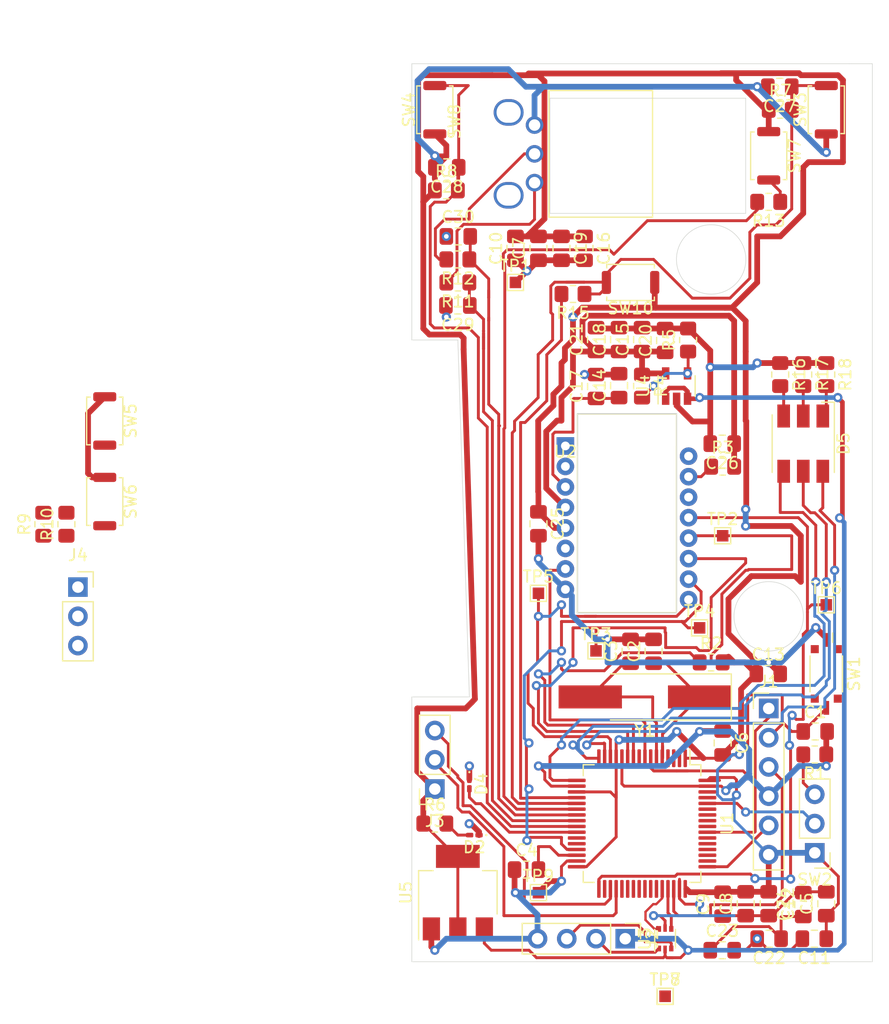
<source format=kicad_pcb>
(kicad_pcb (version 20171130) (host pcbnew "(5.1.9)-1")
  (layers (0 F.Cu signal) (31 B.Cu signal) (34 B.Paste user) (35 F.Paste user) (36 B.SilkS user) (37 F.SilkS user) (38 B.Mask user) (39 F.Mask user) (44 Edge.Cuts user))
  (net 0 "")
  (net 1 GND)
  (net 2 "Net-(C2-Pad1)")
  (net 3 "Net-(C3-Pad1)")
  (net 4 "Net-(C4-Pad2)")
  (net 5 +1V0)
  (net 6 +5V)
  (net 7 RightB)
  (net 8 LeftB)
  (net 9 WheelA)
  (net 10 WheelB)
  (net 11 "Net-(D2-Pad2)")
  (net 12 Turbo_LED)
  (net 13 "Net-(D5-Pad1)")
  (net 14 "Net-(D5-Pad2)")
  (net 15 "Net-(D5-Pad3)")
  (net 16 "Net-(J2-Pad2)")
  (net 17 "Net-(J2-Pad3)")
  (net 18 "Net-(R1-Pad2)")
  (net 19 MISO)
  (net 20 "Net-(R4-Pad2)")
  (net 21 SideFront)
  (net 22 "Net-(R9-Pad1)")
  (net 23 "Net-(R10-Pad1)")
  (net 24 SideBack)
  (net 25 "Net-(R11-Pad2)")
  (net 26 "Net-(R12-Pad2)")
  (net 27 "Net-(R13-Pad1)")
  (net 28 WheelButton)
  (net 29 "Net-(R15-Pad1)")
  (net 30 Turbo)
  (net 31 MOSI)
  (net 32 MOTION)
  (net 33 NCS)
  (net 34 D-)
  (net 35 D+)
  (net 36 "Net-(U1-Pad2)")
  (net 37 "Net-(U1-Pad3)")
  (net 38 "Net-(U1-Pad4)")
  (net 39 NRESET)
  (net 40 "Net-(U1-Pad9)")
  (net 41 "Net-(U1-Pad27)")
  (net 42 "Net-(U1-Pad28)")
  (net 43 SCK)
  (net 44 "Net-(U1-Pad34)")
  (net 45 "Net-(U1-Pad37)")
  (net 46 "Net-(U1-Pad38)")
  (net 47 "Net-(U1-Pad39)")
  (net 48 "Net-(U1-Pad40)")
  (net 49 "Net-(U1-Pad41)")
  (net 50 "Net-(U1-Pad42)")
  (net 51 "Net-(U1-Pad43)")
  (net 52 "Net-(U1-Pad50)")
  (net 53 "Net-(U1-Pad51)")
  (net 54 "Net-(U1-Pad52)")
  (net 55 "Net-(U1-Pad53)")
  (net 56 "Net-(U1-Pad54)")
  (net 57 "Net-(U1-Pad56)")
  (net 58 "Net-(U1-Pad57)")
  (net 59 "Net-(U1-Pad58)")
  (net 60 "Net-(U1-Pad59)")
  (net 61 "Net-(U1-Pad61)")
  (net 62 "Net-(U1-Pad62)")
  (net 63 "Net-(U2-Pad1)")
  (net 64 "Net-(U2-Pad2)")
  (net 65 "Net-(U2-Pad6)")
  (net 66 "Net-(U2-Pad14)")
  (net 67 "Net-(U2-Pad16)")
  (net 68 NRST)
  (net 69 VDDPIX)
  (net 70 B_LED)
  (net 71 G_LED)
  (net 72 R_LED)
  (net 73 SWO)
  (net 74 SWDIO)
  (net 75 SWCLK)
  (net 76 LED_1)
  (net 77 BOOT0)
  (net 78 VDDIO_3.3V)
  (net 79 "Net-(J4-Pad1)")
  (net 80 "Net-(J4-Pad2)")
  (net 81 "Net-(J4-Pad3)")
  (module PMW:Encoder (layer F.Cu) (at 198.41 62.15 90)
    (fp_text reference SW8 (at 2.8 -4.7 90) (layer F.SilkS))
    (fp_text value Rotary_Encoder)
    (pad B thru_hole circle (at 0 2.25 90) (size 1.524 1.524) (drill 1) (layers *.Cu *.Mask) (net 26 "Net-(R12-Pad2)"))
    (pad A thru_hole circle (at -2.5 2.25 90) (size 1.524 1.524) (drill 1) (layers *.Cu *.Mask) (net 25 "Net-(R11-Pad2)"))
    (pad C thru_hole circle (at 2.5 2.25 90) (size 1.524 1.524) (drill 1) (layers *.Cu *.Mask) (net 1 GND))
    (pad "" thru_hole oval (at 3.6 0 90) (size 2.3 2.6) (drill oval 1.8 2.1) (layers *.Cu *.Mask))
    (pad "" thru_hole oval (at -3.6 0 90) (size 2.3 2.6) (drill oval 1.8 2.1) (layers *.Cu *.Mask))
  )
  (module Capacitor_SMD:C_0805_2012Metric_Pad1.18x1.45mm_HandSolder (layer F.Cu) (at 225.0375 112.32)
    (fp_text reference C1 (at 0 -1.68) (layer F.SilkS))
    (fp_text value 100nF)
    (pad 1 smd roundrect (at -1.0375 0) (size 1.175 1.45) (layers F.Cu F.Paste F.Mask) (roundrect_rratio 0.212766) (net 68 NRST))
    (pad 2 smd roundrect (at 1.0375 0) (size 1.175 1.45) (layers F.Cu F.Paste F.Mask) (roundrect_rratio 0.212766) (net 1 GND))
  )
  (module Capacitor_SMD:C_0805_2012Metric_Pad1.18x1.45mm_HandSolder (layer F.Cu) (at 211 105.3575 90)
    (fp_text reference C2 (at 0 -1.68 90) (layer F.SilkS))
    (fp_text value 22uF)
    (pad 1 smd roundrect (at -1.0375 0 90) (size 1.175 1.45) (layers F.Cu F.Paste F.Mask) (roundrect_rratio 0.212766) (net 2 "Net-(C2-Pad1)"))
    (pad 2 smd roundrect (at 1.0375 0 90) (size 1.175 1.45) (layers F.Cu F.Paste F.Mask) (roundrect_rratio 0.212766) (net 1 GND))
  )
  (module Capacitor_SMD:C_0805_2012Metric_Pad1.18x1.45mm_HandSolder (layer F.Cu) (at 209 105.3575 90)
    (fp_text reference C3 (at 0 -1.68 90) (layer F.SilkS))
    (fp_text value 22uF)
    (pad 2 smd roundrect (at 1.0375 0 90) (size 1.175 1.45) (layers F.Cu F.Paste F.Mask) (roundrect_rratio 0.212766) (net 1 GND))
    (pad 1 smd roundrect (at -1.0375 0 90) (size 1.175 1.45) (layers F.Cu F.Paste F.Mask) (roundrect_rratio 0.212766) (net 3 "Net-(C3-Pad1)"))
  )
  (module Capacitor_SMD:C_0805_2012Metric_Pad1.18x1.45mm_HandSolder (layer F.Cu) (at 199.9625 124.32)
    (fp_text reference C4 (at 0 -1.68) (layer F.SilkS))
    (fp_text value 4.7uF)
    (pad 2 smd roundrect (at 1.0375 0) (size 1.175 1.45) (layers F.Cu F.Paste F.Mask) (roundrect_rratio 0.212766) (net 4 "Net-(C4-Pad2)"))
    (pad 1 smd roundrect (at -1.0375 0) (size 1.175 1.45) (layers F.Cu F.Paste F.Mask) (roundrect_rratio 0.212766) (net 1 GND))
  )
  (module Capacitor_SMD:C_0805_2012Metric_Pad1.18x1.45mm_HandSolder (layer F.Cu) (at 226 127.2825 90)
    (fp_text reference C5 (at 0 -1.68 90) (layer F.SilkS))
    (fp_text value 4.7uF)
    (pad 1 smd roundrect (at -1.0375 0 90) (size 1.175 1.45) (layers F.Cu F.Paste F.Mask) (roundrect_rratio 0.212766) (net 78 VDDIO_3.3V))
    (pad 2 smd roundrect (at 1.0375 0 90) (size 1.175 1.45) (layers F.Cu F.Paste F.Mask) (roundrect_rratio 0.212766) (net 1 GND))
  )
  (module Capacitor_SMD:C_0805_2012Metric_Pad1.18x1.45mm_HandSolder (layer F.Cu) (at 217 113.32 270)
    (fp_text reference C6 (at 0 -1.68 90) (layer F.SilkS))
    (fp_text value 100nF)
    (pad 2 smd roundrect (at 1.0375 0 270) (size 1.175 1.45) (layers F.Cu F.Paste F.Mask) (roundrect_rratio 0.212766) (net 78 VDDIO_3.3V))
    (pad 1 smd roundrect (at -1.0375 0 270) (size 1.175 1.45) (layers F.Cu F.Paste F.Mask) (roundrect_rratio 0.212766) (net 1 GND))
  )
  (module Capacitor_SMD:C_0805_2012Metric_Pad1.18x1.45mm_HandSolder (layer F.Cu) (at 201 70.3575 90)
    (fp_text reference C7 (at 0 -1.68 90) (layer F.SilkS))
    (fp_text value 100nF)
    (pad 2 smd roundrect (at 1.0375 0 90) (size 1.175 1.45) (layers F.Cu F.Paste F.Mask) (roundrect_rratio 0.212766) (net 78 VDDIO_3.3V))
    (pad 1 smd roundrect (at -1.0375 0 90) (size 1.175 1.45) (layers F.Cu F.Paste F.Mask) (roundrect_rratio 0.212766) (net 1 GND))
  )
  (module Capacitor_SMD:C_0805_2012Metric_Pad1.18x1.45mm_HandSolder (layer F.Cu) (at 219 127.2825 90)
    (fp_text reference C8 (at 0 -1.68 90) (layer F.SilkS))
    (fp_text value 100nF)
    (pad 1 smd roundrect (at -1.0375 0 90) (size 1.175 1.45) (layers F.Cu F.Paste F.Mask) (roundrect_rratio 0.212766) (net 1 GND))
    (pad 2 smd roundrect (at 1.0375 0 90) (size 1.175 1.45) (layers F.Cu F.Paste F.Mask) (roundrect_rratio 0.212766) (net 78 VDDIO_3.3V))
  )
  (module Capacitor_SMD:C_0805_2012Metric_Pad1.18x1.45mm_HandSolder (layer F.Cu) (at 217 127.32 90)
    (fp_text reference C9 (at 0 -1.68 90) (layer F.SilkS))
    (fp_text value 1uF)
    (pad 2 smd roundrect (at 1.0375 0 90) (size 1.175 1.45) (layers F.Cu F.Paste F.Mask) (roundrect_rratio 0.212766) (net 78 VDDIO_3.3V))
    (pad 1 smd roundrect (at -1.0375 0 90) (size 1.175 1.45) (layers F.Cu F.Paste F.Mask) (roundrect_rratio 0.212766) (net 1 GND))
  )
  (module Capacitor_SMD:C_0805_2012Metric_Pad1.18x1.45mm_HandSolder (layer F.Cu) (at 199 70.3575 90)
    (fp_text reference C10 (at 0 -1.68 90) (layer F.SilkS))
    (fp_text value 100nF)
    (pad 1 smd roundrect (at -1.0375 0 90) (size 1.175 1.45) (layers F.Cu F.Paste F.Mask) (roundrect_rratio 0.212766) (net 1 GND))
    (pad 2 smd roundrect (at 1.0375 0 90) (size 1.175 1.45) (layers F.Cu F.Paste F.Mask) (roundrect_rratio 0.212766) (net 78 VDDIO_3.3V))
  )
  (module Capacitor_SMD:C_0805_2012Metric_Pad1.18x1.45mm_HandSolder (layer F.Cu) (at 224.9625 130.32 180)
    (fp_text reference C11 (at 0 -1.68) (layer F.SilkS))
    (fp_text value 100nF)
    (pad 1 smd roundrect (at -1.0375 0 180) (size 1.175 1.45) (layers F.Cu F.Paste F.Mask) (roundrect_rratio 0.212766) (net 78 VDDIO_3.3V))
    (pad 2 smd roundrect (at 1.0375 0 180) (size 1.175 1.45) (layers F.Cu F.Paste F.Mask) (roundrect_rratio 0.212766) (net 1 GND))
  )
  (module Capacitor_SMD:C_0805_2012Metric_Pad1.18x1.45mm_HandSolder (layer F.Cu) (at 221 127.2825 270)
    (fp_text reference C12 (at 0 -1.68 90) (layer F.SilkS))
    (fp_text value 100nF)
    (pad 2 smd roundrect (at 1.0375 0 270) (size 1.175 1.45) (layers F.Cu F.Paste F.Mask) (roundrect_rratio 0.212766) (net 1 GND))
    (pad 1 smd roundrect (at -1.0375 0 270) (size 1.175 1.45) (layers F.Cu F.Paste F.Mask) (roundrect_rratio 0.212766) (net 78 VDDIO_3.3V))
  )
  (module Capacitor_SMD:C_0805_2012Metric_Pad1.18x1.45mm_HandSolder (layer F.Cu) (at 220.9625 107.32)
    (fp_text reference C13 (at 0 -1.68) (layer F.SilkS))
    (fp_text value 100nF)
    (pad 1 smd roundrect (at -1.0375 0) (size 1.175 1.45) (layers F.Cu F.Paste F.Mask) (roundrect_rratio 0.212766) (net 78 VDDIO_3.3V))
    (pad 2 smd roundrect (at 1.0375 0) (size 1.175 1.45) (layers F.Cu F.Paste F.Mask) (roundrect_rratio 0.212766) (net 1 GND))
  )
  (module Capacitor_SMD:C_0805_2012Metric_Pad1.18x1.45mm_HandSolder (layer F.Cu) (at 208 82.2825 90)
    (fp_text reference C14 (at 0 -1.68 90) (layer F.SilkS))
    (fp_text value 100nF)
    (pad 1 smd roundrect (at -1.0375 0 90) (size 1.175 1.45) (layers F.Cu F.Paste F.Mask) (roundrect_rratio 0.212766) (net 69 VDDPIX))
    (pad 2 smd roundrect (at 1.0375 0 90) (size 1.175 1.45) (layers F.Cu F.Paste F.Mask) (roundrect_rratio 0.212766) (net 1 GND))
  )
  (module Capacitor_SMD:C_0805_2012Metric_Pad1.18x1.45mm_HandSolder (layer F.Cu) (at 210 78.2825 90)
    (fp_text reference C15 (at 0 -1.68 90) (layer F.SilkS))
    (fp_text value 100uF)
    (pad 2 smd roundrect (at 1.0375 0 90) (size 1.175 1.45) (layers F.Cu F.Paste F.Mask) (roundrect_rratio 0.212766) (net 1 GND))
    (pad 1 smd roundrect (at -1.0375 0 90) (size 1.175 1.45) (layers F.Cu F.Paste F.Mask) (roundrect_rratio 0.212766) (net 5 +1V0))
  )
  (module Capacitor_SMD:C_0805_2012Metric_Pad1.18x1.45mm_HandSolder (layer F.Cu) (at 205 70.3575 270)
    (fp_text reference C16 (at 0 -1.68 90) (layer F.SilkS))
    (fp_text value 10uF)
    (pad 1 smd roundrect (at -1.0375 0 270) (size 1.175 1.45) (layers F.Cu F.Paste F.Mask) (roundrect_rratio 0.212766) (net 78 VDDIO_3.3V))
    (pad 2 smd roundrect (at 1.0375 0 270) (size 1.175 1.45) (layers F.Cu F.Paste F.Mask) (roundrect_rratio 0.212766) (net 1 GND))
  )
  (module Capacitor_SMD:C_0805_2012Metric_Pad1.18x1.45mm_HandSolder (layer F.Cu) (at 206 82.3575 90)
    (fp_text reference C17 (at 0 -1.68 90) (layer F.SilkS))
    (fp_text value 4.7μF/10V)
    (pad 2 smd roundrect (at 1.0375 0 90) (size 1.175 1.45) (layers F.Cu F.Paste F.Mask) (roundrect_rratio 0.212766) (net 1 GND))
    (pad 1 smd roundrect (at -1.0375 0 90) (size 1.175 1.45) (layers F.Cu F.Paste F.Mask) (roundrect_rratio 0.212766) (net 69 VDDPIX))
  )
  (module Capacitor_SMD:C_0805_2012Metric_Pad1.18x1.45mm_HandSolder (layer F.Cu) (at 208 78.2825 90)
    (fp_text reference C18 (at 0 -1.68 90) (layer F.SilkS))
    (fp_text value 10uF)
    (pad 1 smd roundrect (at -1.0375 0 90) (size 1.175 1.45) (layers F.Cu F.Paste F.Mask) (roundrect_rratio 0.212766) (net 5 +1V0))
    (pad 2 smd roundrect (at 1.0375 0 90) (size 1.175 1.45) (layers F.Cu F.Paste F.Mask) (roundrect_rratio 0.212766) (net 1 GND))
  )
  (module Capacitor_SMD:C_0805_2012Metric_Pad1.18x1.45mm_HandSolder (layer F.Cu) (at 203 70.3575 270)
    (fp_text reference C19 (at 0 -1.68 90) (layer F.SilkS))
    (fp_text value 100nF)
    (pad 2 smd roundrect (at 1.0375 0 270) (size 1.175 1.45) (layers F.Cu F.Paste F.Mask) (roundrect_rratio 0.212766) (net 1 GND))
    (pad 1 smd roundrect (at -1.0375 0 270) (size 1.175 1.45) (layers F.Cu F.Paste F.Mask) (roundrect_rratio 0.212766) (net 78 VDDIO_3.3V))
  )
  (module Capacitor_SMD:C_0805_2012Metric_Pad1.18x1.45mm_HandSolder (layer F.Cu) (at 212 78.3575 90)
    (fp_text reference C20 (at 0 -1.68 90) (layer F.SilkS))
    (fp_text value 10uF)
    (pad 2 smd roundrect (at 1.0375 0 90) (size 1.175 1.45) (layers F.Cu F.Paste F.Mask) (roundrect_rratio 0.212766) (net 1 GND))
    (pad 1 smd roundrect (at -1.0375 0 90) (size 1.175 1.45) (layers F.Cu F.Paste F.Mask) (roundrect_rratio 0.212766) (net 5 +1V0))
  )
  (module Capacitor_SMD:C_0805_2012Metric_Pad1.18x1.45mm_HandSolder (layer F.Cu) (at 206 78.2825 90)
    (fp_text reference C21 (at 0 -1.68 90) (layer F.SilkS))
    (fp_text value 100nF)
    (pad 2 smd roundrect (at 1.0375 0 90) (size 1.175 1.45) (layers F.Cu F.Paste F.Mask) (roundrect_rratio 0.212766) (net 1 GND))
    (pad 1 smd roundrect (at -1.0375 0 90) (size 1.175 1.45) (layers F.Cu F.Paste F.Mask) (roundrect_rratio 0.212766) (net 5 +1V0))
  )
  (module Capacitor_SMD:C_0805_2012Metric_Pad1.18x1.45mm_HandSolder (layer F.Cu) (at 221.0375 130.32 180)
    (fp_text reference C22 (at 0 -1.68) (layer F.SilkS))
    (fp_text value 100nf)
    (pad 1 smd roundrect (at -1.0375 0 180) (size 1.175 1.45) (layers F.Cu F.Paste F.Mask) (roundrect_rratio 0.212766) (net 6 +5V))
    (pad 2 smd roundrect (at 1.0375 0 180) (size 1.175 1.45) (layers F.Cu F.Paste F.Mask) (roundrect_rratio 0.212766) (net 1 GND))
  )
  (module Capacitor_SMD:C_0805_2012Metric_Pad1.18x1.45mm_HandSolder (layer F.Cu) (at 216.9625 131.32)
    (fp_text reference C23 (at 0 -1.68) (layer F.SilkS))
    (fp_text value 4.7uF)
    (pad 1 smd roundrect (at -1.0375 0) (size 1.175 1.45) (layers F.Cu F.Paste F.Mask) (roundrect_rratio 0.212766) (net 6 +5V))
    (pad 2 smd roundrect (at 1.0375 0) (size 1.175 1.45) (layers F.Cu F.Paste F.Mask) (roundrect_rratio 0.212766) (net 1 GND))
  )
  (module Capacitor_SMD:C_0805_2012Metric_Pad1.18x1.45mm_HandSolder (layer F.Cu) (at 224 127.3575 90)
    (fp_text reference C24 (at 0 -1.68 90) (layer F.SilkS))
    (fp_text value 1uF)
    (pad 2 smd roundrect (at 1.0375 0 90) (size 1.175 1.45) (layers F.Cu F.Paste F.Mask) (roundrect_rratio 0.212766) (net 1 GND))
    (pad 1 smd roundrect (at -1.0375 0 90) (size 1.175 1.45) (layers F.Cu F.Paste F.Mask) (roundrect_rratio 0.212766) (net 6 +5V))
  )
  (module Capacitor_SMD:C_0805_2012Metric_Pad1.18x1.45mm_HandSolder (layer F.Cu) (at 201 94.2825 270)
    (fp_text reference C25 (at 0 -1.68 90) (layer F.SilkS))
    (fp_text value 4.7uF)
    (pad 2 smd roundrect (at 1.0375 0 270) (size 1.175 1.45) (layers F.Cu F.Paste F.Mask) (roundrect_rratio 0.212766) (net 1 GND))
    (pad 1 smd roundrect (at -1.0375 0 270) (size 1.175 1.45) (layers F.Cu F.Paste F.Mask) (roundrect_rratio 0.212766) (net 78 VDDIO_3.3V))
  )
  (module Capacitor_SMD:C_0805_2012Metric_Pad1.18x1.45mm_HandSolder (layer F.Cu) (at 216.9625 87.32 180)
    (fp_text reference C26 (at 0 -1.68) (layer F.SilkS))
    (fp_text value 2.2uF)
    (pad 1 smd roundrect (at -1.0375 0 180) (size 1.175 1.45) (layers F.Cu F.Paste F.Mask) (roundrect_rratio 0.212766) (net 5 +1V0))
    (pad 2 smd roundrect (at 1.0375 0 180) (size 1.175 1.45) (layers F.Cu F.Paste F.Mask) (roundrect_rratio 0.212766) (net 1 GND))
  )
  (module Capacitor_SMD:C_0805_2012Metric_Pad1.18x1.45mm_HandSolder (layer F.Cu) (at 221.9625 56.32 180)
    (fp_text reference C27 (at 0 -1.68) (layer F.SilkS))
    (fp_text value C)
    (pad 2 smd roundrect (at 1.0375 0 180) (size 1.175 1.45) (layers F.Cu F.Paste F.Mask) (roundrect_rratio 0.212766) (net 1 GND))
    (pad 1 smd roundrect (at -1.0375 0 180) (size 1.175 1.45) (layers F.Cu F.Paste F.Mask) (roundrect_rratio 0.212766) (net 7 RightB))
  )
  (module Capacitor_SMD:C_0805_2012Metric_Pad1.18x1.45mm_HandSolder (layer F.Cu) (at 193.0375 63.32 180)
    (fp_text reference C28 (at 0 -1.68) (layer F.SilkS))
    (fp_text value C)
    (pad 1 smd roundrect (at -1.0375 0 180) (size 1.175 1.45) (layers F.Cu F.Paste F.Mask) (roundrect_rratio 0.212766) (net 8 LeftB))
    (pad 2 smd roundrect (at 1.0375 0 180) (size 1.175 1.45) (layers F.Cu F.Paste F.Mask) (roundrect_rratio 0.212766) (net 1 GND))
  )
  (module Capacitor_SMD:C_0805_2012Metric_Pad1.18x1.45mm_HandSolder (layer F.Cu) (at 194 75.32 180)
    (fp_text reference C29 (at 0 -1.68) (layer F.SilkS))
    (fp_text value C)
    (pad 2 smd roundrect (at 1.0375 0 180) (size 1.175 1.45) (layers F.Cu F.Paste F.Mask) (roundrect_rratio 0.212766) (net 1 GND))
    (pad 1 smd roundrect (at -1.0375 0 180) (size 1.175 1.45) (layers F.Cu F.Paste F.Mask) (roundrect_rratio 0.212766) (net 9 WheelA))
  )
  (module Capacitor_SMD:C_0805_2012Metric_Pad1.18x1.45mm_HandSolder (layer F.Cu) (at 194.0375 69.32)
    (fp_text reference C30 (at 0 -1.68) (layer F.SilkS))
    (fp_text value C)
    (pad 1 smd roundrect (at -1.0375 0) (size 1.175 1.45) (layers F.Cu F.Paste F.Mask) (roundrect_rratio 0.212766) (net 1 GND))
    (pad 2 smd roundrect (at 1.0375 0) (size 1.175 1.45) (layers F.Cu F.Paste F.Mask) (roundrect_rratio 0.212766) (net 10 WheelB))
  )
  (module LED_SMD:LED_0201_0603Metric_Pad0.64x0.40mm_HandSolder (layer F.Cu) (at 195.4325 121.32 180)
    (fp_text reference D2 (at 0 -1.05) (layer F.SilkS))
    (fp_text value LED)
    (pad 1 smd roundrect (at -0.4075 0 180) (size 0.635 0.4) (layers F.Cu F.Mask) (net 1 GND))
    (pad 2 smd roundrect (at 0.4075 0 180) (size 0.635 0.4) (layers F.Cu F.Mask) (net 11 "Net-(D2-Pad2)"))
  )
  (module LED_SMD:LED_RGB_5050-6 (layer F.Cu) (at 224 87.32 270)
    (fp_text reference D5 (at 0 -3.5 270) (layer F.SilkS))
    (fp_text value LED_RGB)
    (pad 1 smd rect (at -2.4 -1.7) (size 1.1 2) (layers F.Cu F.Paste F.Mask) (net 13 "Net-(D5-Pad1)"))
    (pad 2 smd rect (at -2.4 0) (size 1.1 2) (layers F.Cu F.Paste F.Mask) (net 14 "Net-(D5-Pad2)"))
    (pad 3 smd rect (at -2.4 1.7) (size 1.1 2) (layers F.Cu F.Paste F.Mask) (net 15 "Net-(D5-Pad3)"))
    (pad 4 smd rect (at 2.4 1.7) (size 1.1 2) (layers F.Cu F.Paste F.Mask) (net 70 B_LED))
    (pad 5 smd rect (at 2.4 0) (size 1.1 2) (layers F.Cu F.Paste F.Mask) (net 71 G_LED))
    (pad 6 smd rect (at 2.4 -1.7) (size 1.1 2) (layers F.Cu F.Paste F.Mask) (net 72 R_LED))
  )
  (module Connector_PinHeader_2.54mm:PinHeader_1x06_P2.54mm_Vertical (layer F.Cu) (at 221 110.32)
    (fp_text reference J1 (at 0 -2.33) (layer F.SilkS))
    (fp_text value SWD)
    (pad 1 thru_hole rect (at 0 0) (size 1.7 1.7) (drill 1) (layers *.Cu *.Mask) (net 73 SWO))
    (pad 2 thru_hole oval (at 0 2.54) (size 1.7 1.7) (drill 1) (layers *.Cu *.Mask) (net 68 NRST))
    (pad 3 thru_hole oval (at 0 5.08) (size 1.7 1.7) (drill 1) (layers *.Cu *.Mask) (net 74 SWDIO))
    (pad 4 thru_hole oval (at 0 7.62) (size 1.7 1.7) (drill 1) (layers *.Cu *.Mask) (net 1 GND))
    (pad 5 thru_hole oval (at 0 10.16) (size 1.7 1.7) (drill 1) (layers *.Cu *.Mask) (net 75 SWCLK))
    (pad 6 thru_hole oval (at 0 12.7) (size 1.7 1.7) (drill 1) (layers *.Cu *.Mask) (net 78 VDDIO_3.3V))
  )
  (module Connector_PinHeader_2.54mm:PinHeader_1x04_P2.54mm_Vertical (layer F.Cu) (at 208.54 130.32 270)
    (fp_text reference J2 (at 0 -2.33 90) (layer F.SilkS))
    (fp_text value B4B-XH-A)
    (pad 1 thru_hole rect (at 0 0 270) (size 1.7 1.7) (drill 1) (layers *.Cu *.Mask) (net 6 +5V))
    (pad 2 thru_hole oval (at 0 2.54 270) (size 1.7 1.7) (drill 1) (layers *.Cu *.Mask) (net 16 "Net-(J2-Pad2)"))
    (pad 3 thru_hole oval (at 0 5.08 270) (size 1.7 1.7) (drill 1) (layers *.Cu *.Mask) (net 17 "Net-(J2-Pad3)"))
    (pad 4 thru_hole oval (at 0 7.62 270) (size 1.7 1.7) (drill 1) (layers *.Cu *.Mask) (net 1 GND))
  )
  (module Resistor_SMD:R_0805_2012Metric_Pad1.20x1.40mm_HandSolder (layer F.Cu) (at 225 114.32 180)
    (fp_text reference R1 (at 0 -1.65) (layer F.SilkS))
    (fp_text value 10k)
    (pad 2 smd roundrect (at 1 0 180) (size 1.2 1.4) (layers F.Cu F.Paste F.Mask) (roundrect_rratio 0.208333) (net 18 "Net-(R1-Pad2)"))
    (pad 1 smd roundrect (at -1 0 180) (size 1.2 1.4) (layers F.Cu F.Paste F.Mask) (roundrect_rratio 0.208333) (net 1 GND))
  )
  (module Resistor_SMD:R_0805_2012Metric_Pad1.20x1.40mm_HandSolder (layer F.Cu) (at 216 106.32)
    (fp_text reference R2 (at 0 -1.65) (layer F.SilkS))
    (fp_text value 10k)
    (pad 2 smd roundrect (at 1 0) (size 1.2 1.4) (layers F.Cu F.Paste F.Mask) (roundrect_rratio 0.208333) (net 78 VDDIO_3.3V))
    (pad 1 smd roundrect (at -1 0) (size 1.2 1.4) (layers F.Cu F.Paste F.Mask) (roundrect_rratio 0.208333) (net 19 MISO))
  )
  (module Resistor_SMD:R_0805_2012Metric_Pad1.20x1.40mm_HandSolder (layer F.Cu) (at 217 89.32)
    (fp_text reference R3 (at 0 -1.65) (layer F.SilkS))
    (fp_text value 13)
    (pad 2 smd roundrect (at 1 0) (size 1.2 1.4) (layers F.Cu F.Paste F.Mask) (roundrect_rratio 0.208333) (net 5 +1V0))
    (pad 1 smd roundrect (at -1 0) (size 1.2 1.4) (layers F.Cu F.Paste F.Mask) (roundrect_rratio 0.208333) (net 76 LED_1))
  )
  (module Resistor_SMD:R_0805_2012Metric_Pad1.20x1.40mm_HandSolder (layer F.Cu) (at 210 82.32 270)
    (fp_text reference R4 (at 0 -1.65 90) (layer F.SilkS))
    (fp_text value 1000)
    (pad 1 smd roundrect (at -1 0 270) (size 1.2 1.4) (layers F.Cu F.Paste F.Mask) (roundrect_rratio 0.208333) (net 5 +1V0))
    (pad 2 smd roundrect (at 1 0 270) (size 1.2 1.4) (layers F.Cu F.Paste F.Mask) (roundrect_rratio 0.208333) (net 20 "Net-(R4-Pad2)"))
  )
  (module Resistor_SMD:R_0805_2012Metric_Pad1.20x1.40mm_HandSolder (layer F.Cu) (at 214 78.32 90)
    (fp_text reference R5 (at 0 -1.65 90) (layer F.SilkS))
    (fp_text value 1800)
    (pad 1 smd roundrect (at -1 0 90) (size 1.2 1.4) (layers F.Cu F.Paste F.Mask) (roundrect_rratio 0.208333) (net 20 "Net-(R4-Pad2)"))
    (pad 2 smd roundrect (at 1 0 90) (size 1.2 1.4) (layers F.Cu F.Paste F.Mask) (roundrect_rratio 0.208333) (net 1 GND))
  )
  (module Resistor_SMD:R_0805_2012Metric_Pad1.20x1.40mm_HandSolder (layer F.Cu) (at 192 120.32)
    (fp_text reference R6 (at 0 -1.65) (layer F.SilkS))
    (fp_text value 68)
    (pad 2 smd roundrect (at 1 0) (size 1.2 1.4) (layers F.Cu F.Paste F.Mask) (roundrect_rratio 0.208333) (net 11 "Net-(D2-Pad2)"))
    (pad 1 smd roundrect (at -1 0) (size 1.2 1.4) (layers F.Cu F.Paste F.Mask) (roundrect_rratio 0.208333) (net 78 VDDIO_3.3V))
  )
  (module Resistor_SMD:R_0805_2012Metric_Pad1.20x1.40mm_HandSolder (layer F.Cu) (at 222 58.32)
    (fp_text reference R7 (at 0 -1.65) (layer F.SilkS))
    (fp_text value 10k)
    (pad 2 smd roundrect (at 1 0) (size 1.2 1.4) (layers F.Cu F.Paste F.Mask) (roundrect_rratio 0.208333) (net 7 RightB))
    (pad 1 smd roundrect (at -1 0) (size 1.2 1.4) (layers F.Cu F.Paste F.Mask) (roundrect_rratio 0.208333) (net 78 VDDIO_3.3V))
  )
  (module Resistor_SMD:R_0805_2012Metric_Pad1.20x1.40mm_HandSolder (layer F.Cu) (at 193 65.32)
    (fp_text reference R8 (at 0 -1.65) (layer F.SilkS))
    (fp_text value 10k)
    (pad 1 smd roundrect (at -1 0) (size 1.2 1.4) (layers F.Cu F.Paste F.Mask) (roundrect_rratio 0.208333) (net 78 VDDIO_3.3V))
    (pad 2 smd roundrect (at 1 0) (size 1.2 1.4) (layers F.Cu F.Paste F.Mask) (roundrect_rratio 0.208333) (net 8 LeftB))
  )
  (module Resistor_SMD:R_0805_2012Metric_Pad1.20x1.40mm_HandSolder (layer F.Cu) (at 158 94.32 90)
    (fp_text reference R9 (at 0 -1.65 90) (layer F.SilkS))
    (fp_text value 10k)
    (pad 2 smd roundrect (at 1 0 90) (size 1.2 1.4) (layers F.Cu F.Paste F.Mask) (roundrect_rratio 0.208333) (net 21 SideFront))
    (pad 1 smd roundrect (at -1 0 90) (size 1.2 1.4) (layers F.Cu F.Paste F.Mask) (roundrect_rratio 0.208333) (net 22 "Net-(R9-Pad1)"))
  )
  (module Resistor_SMD:R_0805_2012Metric_Pad1.20x1.40mm_HandSolder (layer F.Cu) (at 160 94.32 90)
    (fp_text reference R10 (at 0 -1.65 90) (layer F.SilkS))
    (fp_text value 10k)
    (pad 1 smd roundrect (at -1 0 90) (size 1.2 1.4) (layers F.Cu F.Paste F.Mask) (roundrect_rratio 0.208333) (net 23 "Net-(R10-Pad1)"))
    (pad 2 smd roundrect (at 1 0 90) (size 1.2 1.4) (layers F.Cu F.Paste F.Mask) (roundrect_rratio 0.208333) (net 24 SideBack))
  )
  (module Resistor_SMD:R_0805_2012Metric_Pad1.20x1.40mm_HandSolder (layer F.Cu) (at 194 73.32 180)
    (fp_text reference R11 (at 0 -1.65) (layer F.SilkS))
    (fp_text value 10k)
    (pad 2 smd roundrect (at 1 0 180) (size 1.2 1.4) (layers F.Cu F.Paste F.Mask) (roundrect_rratio 0.208333) (net 25 "Net-(R11-Pad2)"))
    (pad 1 smd roundrect (at -1 0 180) (size 1.2 1.4) (layers F.Cu F.Paste F.Mask) (roundrect_rratio 0.208333) (net 9 WheelA))
  )
  (module Resistor_SMD:R_0805_2012Metric_Pad1.20x1.40mm_HandSolder (layer F.Cu) (at 194 71.32 180)
    (fp_text reference R12 (at 0 -1.65) (layer F.SilkS))
    (fp_text value 10k)
    (pad 1 smd roundrect (at -1 0 180) (size 1.2 1.4) (layers F.Cu F.Paste F.Mask) (roundrect_rratio 0.208333) (net 10 WheelB))
    (pad 2 smd roundrect (at 1 0 180) (size 1.2 1.4) (layers F.Cu F.Paste F.Mask) (roundrect_rratio 0.208333) (net 26 "Net-(R12-Pad2)"))
  )
  (module Resistor_SMD:R_0805_2012Metric_Pad1.20x1.40mm_HandSolder (layer F.Cu) (at 221 66.32 180)
    (fp_text reference R13 (at 0 -1.65) (layer F.SilkS))
    (fp_text value 10k)
    (pad 1 smd roundrect (at -1 0 180) (size 1.2 1.4) (layers F.Cu F.Paste F.Mask) (roundrect_rratio 0.208333) (net 27 "Net-(R13-Pad1)"))
    (pad 2 smd roundrect (at 1 0 180) (size 1.2 1.4) (layers F.Cu F.Paste F.Mask) (roundrect_rratio 0.208333) (net 28 WheelButton))
  )
  (module Resistor_SMD:R_0805_2012Metric_Pad1.20x1.40mm_HandSolder (layer F.Cu) (at 204 74.32 180)
    (fp_text reference R15 (at 0 -1.65) (layer F.SilkS))
    (fp_text value 10k)
    (pad 2 smd roundrect (at 1 0 180) (size 1.2 1.4) (layers F.Cu F.Paste F.Mask) (roundrect_rratio 0.208333) (net 30 Turbo))
    (pad 1 smd roundrect (at -1 0 180) (size 1.2 1.4) (layers F.Cu F.Paste F.Mask) (roundrect_rratio 0.208333) (net 29 "Net-(R15-Pad1)"))
  )
  (module Resistor_SMD:R_0805_2012Metric_Pad1.20x1.40mm_HandSolder (layer F.Cu) (at 222 81.32 270)
    (fp_text reference R16 (at 0 -1.65 90) (layer F.SilkS))
    (fp_text value 220)
    (pad 2 smd roundrect (at 1 0 270) (size 1.2 1.4) (layers F.Cu F.Paste F.Mask) (roundrect_rratio 0.208333) (net 15 "Net-(D5-Pad3)"))
    (pad 1 smd roundrect (at -1 0 270) (size 1.2 1.4) (layers F.Cu F.Paste F.Mask) (roundrect_rratio 0.208333) (net 1 GND))
  )
  (module Resistor_SMD:R_0805_2012Metric_Pad1.20x1.40mm_HandSolder (layer F.Cu) (at 224 81.32 270)
    (fp_text reference R17 (at 0 -1.65 90) (layer F.SilkS))
    (fp_text value 220)
    (pad 2 smd roundrect (at 1 0 270) (size 1.2 1.4) (layers F.Cu F.Paste F.Mask) (roundrect_rratio 0.208333) (net 14 "Net-(D5-Pad2)"))
    (pad 1 smd roundrect (at -1 0 270) (size 1.2 1.4) (layers F.Cu F.Paste F.Mask) (roundrect_rratio 0.208333) (net 1 GND))
  )
  (module Resistor_SMD:R_0805_2012Metric_Pad1.20x1.40mm_HandSolder (layer F.Cu) (at 226 81.32 270)
    (fp_text reference R18 (at 0 -1.65 90) (layer F.SilkS))
    (fp_text value 220)
    (pad 1 smd roundrect (at -1 0 270) (size 1.2 1.4) (layers F.Cu F.Paste F.Mask) (roundrect_rratio 0.208333) (net 1 GND))
    (pad 2 smd roundrect (at 1 0 270) (size 1.2 1.4) (layers F.Cu F.Paste F.Mask) (roundrect_rratio 0.208333) (net 13 "Net-(D5-Pad1)"))
  )
  (module Button_Switch_SMD:SW_DIP_SPSTx01_Slide_Copal_CVS-01xB_W5.9mm_P1mm (layer F.Cu) (at 226 107.32 270)
    (fp_text reference SW1 (at 0 -2.41 90) (layer F.SilkS))
    (fp_text value SW_DPST_x2)
    (pad 1 smd rect (at -2.95 0 270) (size 1.2 0.5) (layers F.Cu F.Paste F.Mask) (net 1 GND))
    (pad 2 smd rect (at 2.95 0 270) (size 1.2 0.5) (layers F.Cu F.Paste F.Mask) (net 68 NRST))
    (pad 3 smd rect (at -2.15 -1 270) (size 0.7 0.7) (layers F.Cu F.Paste F.Mask))
    (pad 3 smd rect (at 2.15 -1 270) (size 0.7 0.7) (layers F.Cu F.Paste F.Mask))
    (pad 3 smd rect (at -2.15 1 270) (size 0.7 0.7) (layers F.Cu F.Paste F.Mask))
    (pad 3 smd rect (at 2.15 1 270) (size 0.7 0.7) (layers F.Cu F.Paste F.Mask))
  )
  (module Connector_PinHeader_2.54mm:PinHeader_1x03_P2.54mm_Vertical (layer F.Cu) (at 225 122.86 180)
    (fp_text reference SW2 (at 0 -2.33) (layer F.SilkS))
    (fp_text value "RND 210-00662")
    (pad 1 thru_hole rect (at 0 0 180) (size 1.7 1.7) (drill 1) (layers *.Cu *.Mask) (net 78 VDDIO_3.3V))
    (pad 2 thru_hole oval (at 0 2.54 180) (size 1.7 1.7) (drill 1) (layers *.Cu *.Mask) (net 77 BOOT0))
    (pad 3 thru_hole oval (at 0 5.08 180) (size 1.7 1.7) (drill 1) (layers *.Cu *.Mask) (net 18 "Net-(R1-Pad2)"))
  )
  (module TestPoint:TestPoint_Pad_1.0x1.0mm (layer F.Cu) (at 199 73.32)
    (fp_text reference TP1 (at 0 -1.448) (layer F.SilkS))
    (fp_text value TestPoint)
    (pad 1 smd rect (at 0 0) (size 1 1) (layers F.Cu F.Mask) (net 1 GND))
  )
  (module TestPoint:TestPoint_Pad_1.0x1.0mm (layer F.Cu) (at 217 95.32)
    (fp_text reference TP2 (at 0 -1.448) (layer F.SilkS))
    (fp_text value TestPoint)
    (pad 1 smd rect (at 0 0) (size 1 1) (layers F.Cu F.Mask) (net 19 MISO))
  )
  (module TestPoint:TestPoint_Pad_1.0x1.0mm (layer F.Cu) (at 206 105.32)
    (fp_text reference TP3 (at 0 -1.448) (layer F.SilkS))
    (fp_text value TestPoint)
    (pad 1 smd rect (at 0 0) (size 1 1) (layers F.Cu F.Mask) (net 31 MOSI))
  )
  (module TestPoint:TestPoint_Pad_1.0x1.0mm (layer F.Cu) (at 215 103.32)
    (fp_text reference TP4 (at 0 -1.448) (layer F.SilkS))
    (fp_text value TestPoint)
    (pad 1 smd rect (at 0 0) (size 1 1) (layers F.Cu F.Mask) (net 43 SCK))
  )
  (module TestPoint:TestPoint_Pad_1.0x1.0mm (layer F.Cu) (at 201 100.32)
    (fp_text reference TP5 (at 0 -1.448) (layer F.SilkS))
    (fp_text value TestPoint)
    (pad 1 smd rect (at 0 0) (size 1 1) (layers F.Cu F.Mask) (net 32 MOTION))
  )
  (module TestPoint:TestPoint_Pad_1.0x1.0mm (layer F.Cu) (at 226 101.32)
    (fp_text reference TP6 (at 0 -1.448) (layer F.SilkS))
    (fp_text value TestPoint)
    (pad 1 smd rect (at 0 0) (size 1 1) (layers F.Cu F.Mask) (net 33 NCS))
  )
  (module TestPoint:TestPoint_Pad_1.0x1.0mm (layer F.Cu) (at 212 135.32)
    (fp_text reference TP7 (at 0 -1.448) (layer F.SilkS))
    (fp_text value TestPoint)
    (pad 1 smd rect (at 0 0) (size 1 1) (layers F.Cu F.Mask) (net 34 D-))
  )
  (module TestPoint:TestPoint_Pad_1.0x1.0mm (layer F.Cu) (at 212 135.32)
    (fp_text reference TP8 (at 0 -1.448) (layer F.SilkS))
    (fp_text value TestPoint)
    (pad 1 smd rect (at 0 0) (size 1 1) (layers F.Cu F.Mask) (net 35 D+))
  )
  (module TestPoint:TestPoint_Pad_1.0x1.0mm (layer F.Cu) (at 201 126.32)
    (fp_text reference TP9 (at 0 -1.448) (layer F.SilkS))
    (fp_text value TestPoint)
    (pad 1 smd rect (at 0 0) (size 1 1) (layers F.Cu F.Mask) (net 1 GND))
  )
  (module Package_QFP:LQFP-64_10x10mm_P0.5mm (layer F.Cu) (at 210 120.32 270)
    (fp_text reference U1 (at 0 -7.4 90) (layer F.SilkS))
    (fp_text value STM32F411RETx)
    (pad 1 smd roundrect (at -5.675 -3.75 270) (size 1.55 0.3) (layers F.Cu F.Paste F.Mask) (net 78 VDDIO_3.3V))
    (pad 2 smd roundrect (at -5.675 -3.25 270) (size 1.55 0.3) (layers F.Cu F.Paste F.Mask) (net 36 "Net-(U1-Pad2)"))
    (pad 3 smd roundrect (at -5.675 -2.75 270) (size 1.55 0.3) (layers F.Cu F.Paste F.Mask) (net 37 "Net-(U1-Pad3)"))
    (pad 4 smd roundrect (at -5.675 -2.25 270) (size 1.55 0.3) (layers F.Cu F.Paste F.Mask) (net 38 "Net-(U1-Pad4)"))
    (pad 5 smd roundrect (at -5.675 -1.75 270) (size 1.55 0.3) (layers F.Cu F.Paste F.Mask) (net 2 "Net-(C2-Pad1)"))
    (pad 6 smd roundrect (at -5.675 -1.25 270) (size 1.55 0.3) (layers F.Cu F.Paste F.Mask) (net 3 "Net-(C3-Pad1)"))
    (pad 7 smd roundrect (at -5.675 -0.75 270) (size 1.55 0.3) (layers F.Cu F.Paste F.Mask) (net 68 NRST))
    (pad 8 smd roundrect (at -5.675 -0.25 270) (size 1.55 0.3) (layers F.Cu F.Paste F.Mask) (net 39 NRESET))
    (pad 9 smd roundrect (at -5.675 0.25 270) (size 1.55 0.3) (layers F.Cu F.Paste F.Mask) (net 40 "Net-(U1-Pad9)"))
    (pad 10 smd roundrect (at -5.675 0.75 270) (size 1.55 0.3) (layers F.Cu F.Paste F.Mask) (net 19 MISO))
    (pad 11 smd roundrect (at -5.675 1.25 270) (size 1.55 0.3) (layers F.Cu F.Paste F.Mask) (net 31 MOSI))
    (pad 12 smd roundrect (at -5.675 1.75 270) (size 1.55 0.3) (layers F.Cu F.Paste F.Mask) (net 1 GND))
    (pad 13 smd roundrect (at -5.675 2.25 270) (size 1.55 0.3) (layers F.Cu F.Paste F.Mask) (net 78 VDDIO_3.3V))
    (pad 14 smd roundrect (at -5.675 2.75 270) (size 1.55 0.3) (layers F.Cu F.Paste F.Mask) (net 32 MOTION))
    (pad 15 smd roundrect (at -5.675 3.25 270) (size 1.55 0.3) (layers F.Cu F.Paste F.Mask) (net 72 R_LED))
    (pad 16 smd roundrect (at -5.675 3.75 270) (size 1.55 0.3) (layers F.Cu F.Paste F.Mask) (net 71 G_LED))
    (pad 17 smd roundrect (at -3.75 5.675 270) (size 0.3 1.55) (layers F.Cu F.Paste F.Mask) (net 70 B_LED))
    (pad 18 smd roundrect (at -3.25 5.675 270) (size 0.3 1.55) (layers F.Cu F.Paste F.Mask) (net 1 GND))
    (pad 19 smd roundrect (at -2.75 5.675 270) (size 0.3 1.55) (layers F.Cu F.Paste F.Mask) (net 78 VDDIO_3.3V))
    (pad 20 smd roundrect (at -2.25 5.675 270) (size 0.3 1.55) (layers F.Cu F.Paste F.Mask) (net 30 Turbo))
    (pad 21 smd roundrect (at -1.75 5.675 270) (size 0.3 1.55) (layers F.Cu F.Paste F.Mask) (net 7 RightB))
    (pad 22 smd roundrect (at -1.25 5.675 270) (size 0.3 1.55) (layers F.Cu F.Paste F.Mask) (net 28 WheelButton))
    (pad 23 smd roundrect (at -0.75 5.675 270) (size 0.3 1.55) (layers F.Cu F.Paste F.Mask) (net 10 WheelB))
    (pad 24 smd roundrect (at -0.25 5.675 270) (size 0.3 1.55) (layers F.Cu F.Paste F.Mask) (net 9 WheelA))
    (pad 25 smd roundrect (at 0.25 5.675 270) (size 0.3 1.55) (layers F.Cu F.Paste F.Mask) (net 8 LeftB))
    (pad 26 smd roundrect (at 0.75 5.675 270) (size 0.3 1.55) (layers F.Cu F.Paste F.Mask) (net 12 Turbo_LED))
    (pad 27 smd roundrect (at 1.25 5.675 270) (size 0.3 1.55) (layers F.Cu F.Paste F.Mask) (net 41 "Net-(U1-Pad27)"))
    (pad 28 smd roundrect (at 1.75 5.675 270) (size 0.3 1.55) (layers F.Cu F.Paste F.Mask) (net 42 "Net-(U1-Pad28)"))
    (pad 29 smd roundrect (at 2.25 5.675 270) (size 0.3 1.55) (layers F.Cu F.Paste F.Mask) (net 43 SCK))
    (pad 30 smd roundrect (at 2.75 5.675 270) (size 0.3 1.55) (layers F.Cu F.Paste F.Mask) (net 4 "Net-(C4-Pad2)"))
    (pad 31 smd roundrect (at 3.25 5.675 270) (size 0.3 1.55) (layers F.Cu F.Paste F.Mask) (net 1 GND))
    (pad 32 smd roundrect (at 3.75 5.675 270) (size 0.3 1.55) (layers F.Cu F.Paste F.Mask) (net 78 VDDIO_3.3V))
    (pad 33 smd roundrect (at 5.675 3.75 270) (size 1.55 0.3) (layers F.Cu F.Paste F.Mask) (net 33 NCS))
    (pad 34 smd roundrect (at 5.675 3.25 270) (size 1.55 0.3) (layers F.Cu F.Paste F.Mask) (net 44 "Net-(U1-Pad34)"))
    (pad 35 smd roundrect (at 5.675 2.75 270) (size 1.55 0.3) (layers F.Cu F.Paste F.Mask) (net 21 SideFront))
    (pad 36 smd roundrect (at 5.675 2.25 270) (size 1.55 0.3) (layers F.Cu F.Paste F.Mask) (net 24 SideBack))
    (pad 37 smd roundrect (at 5.675 1.75 270) (size 1.55 0.3) (layers F.Cu F.Paste F.Mask) (net 45 "Net-(U1-Pad37)"))
    (pad 38 smd roundrect (at 5.675 1.25 270) (size 1.55 0.3) (layers F.Cu F.Paste F.Mask) (net 46 "Net-(U1-Pad38)"))
    (pad 39 smd roundrect (at 5.675 0.75 270) (size 1.55 0.3) (layers F.Cu F.Paste F.Mask) (net 47 "Net-(U1-Pad39)"))
    (pad 40 smd roundrect (at 5.675 0.25 270) (size 1.55 0.3) (layers F.Cu F.Paste F.Mask) (net 48 "Net-(U1-Pad40)"))
    (pad 41 smd roundrect (at 5.675 -0.25 270) (size 1.55 0.3) (layers F.Cu F.Paste F.Mask) (net 49 "Net-(U1-Pad41)"))
    (pad 42 smd roundrect (at 5.675 -0.75 270) (size 1.55 0.3) (layers F.Cu F.Paste F.Mask) (net 50 "Net-(U1-Pad42)"))
    (pad 43 smd roundrect (at 5.675 -1.25 270) (size 1.55 0.3) (layers F.Cu F.Paste F.Mask) (net 51 "Net-(U1-Pad43)"))
    (pad 44 smd roundrect (at 5.675 -1.75 270) (size 1.55 0.3) (layers F.Cu F.Paste F.Mask) (net 34 D-))
    (pad 45 smd roundrect (at 5.675 -2.25 270) (size 1.55 0.3) (layers F.Cu F.Paste F.Mask) (net 35 D+))
    (pad 46 smd roundrect (at 5.675 -2.75 270) (size 1.55 0.3) (layers F.Cu F.Paste F.Mask) (net 74 SWDIO))
    (pad 47 smd roundrect (at 5.675 -3.25 270) (size 1.55 0.3) (layers F.Cu F.Paste F.Mask) (net 1 GND))
    (pad 48 smd roundrect (at 5.675 -3.75 270) (size 1.55 0.3) (layers F.Cu F.Paste F.Mask) (net 78 VDDIO_3.3V))
    (pad 49 smd roundrect (at 3.75 -5.675 270) (size 0.3 1.55) (layers F.Cu F.Paste F.Mask) (net 75 SWCLK))
    (pad 50 smd roundrect (at 3.25 -5.675 270) (size 0.3 1.55) (layers F.Cu F.Paste F.Mask) (net 52 "Net-(U1-Pad50)"))
    (pad 51 smd roundrect (at 2.75 -5.675 270) (size 0.3 1.55) (layers F.Cu F.Paste F.Mask) (net 53 "Net-(U1-Pad51)"))
    (pad 52 smd roundrect (at 2.25 -5.675 270) (size 0.3 1.55) (layers F.Cu F.Paste F.Mask) (net 54 "Net-(U1-Pad52)"))
    (pad 53 smd roundrect (at 1.75 -5.675 270) (size 0.3 1.55) (layers F.Cu F.Paste F.Mask) (net 55 "Net-(U1-Pad53)"))
    (pad 54 smd roundrect (at 1.25 -5.675 270) (size 0.3 1.55) (layers F.Cu F.Paste F.Mask) (net 56 "Net-(U1-Pad54)"))
    (pad 55 smd roundrect (at 0.75 -5.675 270) (size 0.3 1.55) (layers F.Cu F.Paste F.Mask) (net 73 SWO))
    (pad 56 smd roundrect (at 0.25 -5.675 270) (size 0.3 1.55) (layers F.Cu F.Paste F.Mask) (net 57 "Net-(U1-Pad56)"))
    (pad 57 smd roundrect (at -0.25 -5.675 270) (size 0.3 1.55) (layers F.Cu F.Paste F.Mask) (net 58 "Net-(U1-Pad57)"))
    (pad 58 smd roundrect (at -0.75 -5.675 270) (size 0.3 1.55) (layers F.Cu F.Paste F.Mask) (net 59 "Net-(U1-Pad58)"))
    (pad 59 smd roundrect (at -1.25 -5.675 270) (size 0.3 1.55) (layers F.Cu F.Paste F.Mask) (net 60 "Net-(U1-Pad59)"))
    (pad 60 smd roundrect (at -1.75 -5.675 270) (size 0.3 1.55) (layers F.Cu F.Paste F.Mask) (net 77 BOOT0))
    (pad 61 smd roundrect (at -2.25 -5.675 270) (size 0.3 1.55) (layers F.Cu F.Paste F.Mask) (net 61 "Net-(U1-Pad61)"))
    (pad 62 smd roundrect (at -2.75 -5.675 270) (size 0.3 1.55) (layers F.Cu F.Paste F.Mask) (net 62 "Net-(U1-Pad62)"))
    (pad 63 smd roundrect (at -3.25 -5.675 270) (size 0.3 1.55) (layers F.Cu F.Paste F.Mask) (net 1 GND))
    (pad 64 smd roundrect (at -3.75 -5.675 270) (size 0.3 1.55) (layers F.Cu F.Paste F.Mask) (net 78 VDDIO_3.3V))
  )
  (module PMW:PMW3389 (layer F.Cu) (at 203.34 87.52)
    (fp_text reference U2 (at 0 0.5) (layer F.SilkS))
    (fp_text value PMW3389)
    (pad 1 thru_hole rect (at 0 0) (size 1.524 1.524) (drill 0.762) (layers *.Cu *.Mask) (net 63 "Net-(U2-Pad1)"))
    (pad 2 thru_hole circle (at 0 1.78) (size 1.524 1.524) (drill 0.762) (layers *.Cu *.Mask) (net 64 "Net-(U2-Pad2)"))
    (pad 3 thru_hole circle (at 0 3.56) (size 1.524 1.524) (drill 0.762) (layers *.Cu *.Mask) (net 69 VDDPIX))
    (pad 4 thru_hole circle (at 0 5.34) (size 1.524 1.524) (drill 0.762) (layers *.Cu *.Mask) (net 5 +1V0))
    (pad 5 thru_hole circle (at 0 7.12) (size 1.524 1.524) (drill 0.762) (layers *.Cu *.Mask) (net 78 VDDIO_3.3V))
    (pad 6 thru_hole circle (at 0 8.9) (size 1.524 1.524) (drill 0.762) (layers *.Cu *.Mask) (net 65 "Net-(U2-Pad6)"))
    (pad 7 thru_hole circle (at 0 10.68) (size 1.524 1.524) (drill 0.762) (layers *.Cu *.Mask) (net 39 NRESET))
    (pad 8 thru_hole circle (at 0 12.46) (size 1.524 1.524) (drill 0.762) (layers *.Cu *.Mask) (net 1 GND))
    (pad 9 thru_hole circle (at 10.7 13.35) (size 1.524 1.524) (drill 0.762) (layers *.Cu *.Mask) (net 32 MOTION))
    (pad 10 thru_hole circle (at 10.7 11.57) (size 1.524 1.524) (drill 0.762) (layers *.Cu *.Mask) (net 43 SCK))
    (pad 11 thru_hole circle (at 10.7 9.79) (size 1.524 1.524) (drill 0.762) (layers *.Cu *.Mask) (net 31 MOSI))
    (pad 12 thru_hole circle (at 10.7 8.01) (size 1.524 1.524) (drill 0.762) (layers *.Cu *.Mask) (net 19 MISO))
    (pad 13 thru_hole circle (at 10.7 6.23) (size 1.524 1.524) (drill 0.762) (layers *.Cu *.Mask) (net 33 NCS))
    (pad 14 thru_hole circle (at 10.7 4.45) (size 1.524 1.524) (drill 0.762) (layers *.Cu *.Mask) (net 66 "Net-(U2-Pad14)"))
    (pad 15 thru_hole circle (at 10.7 2.67) (size 1.524 1.524) (drill 0.762) (layers *.Cu *.Mask) (net 76 LED_1))
    (pad 16 thru_hole circle (at 10.7 0.89) (size 1.524 1.524) (drill 0.762) (layers *.Cu *.Mask) (net 67 "Net-(U2-Pad16)"))
  )
  (module Package_TO_SOT_SMD:SOT-666 (layer F.Cu) (at 212 130.32 90)
    (fp_text reference U3 (at 0 -1.75 90) (layer F.SilkS))
    (fp_text value USBLC6-2P6)
    (pad 1 smd rect (at -0.85 -0.5375 90) (size 0.5 0.375) (layers F.Cu F.Paste F.Mask) (net 16 "Net-(J2-Pad2)"))
    (pad 3 smd rect (at -0.85 0.5375 90) (size 0.5 0.375) (layers F.Cu F.Paste F.Mask) (net 17 "Net-(J2-Pad3)"))
    (pad 5 smd rect (at 0.925 0 90) (size 0.65 0.3) (layers F.Cu F.Paste F.Mask) (net 1 GND))
    (pad 2 smd rect (at -0.925 0 90) (size 0.65 0.3) (layers F.Cu F.Paste F.Mask) (net 6 +5V))
    (pad 4 smd rect (at 0.85 0.5375 90) (size 0.5 0.375) (layers F.Cu F.Paste F.Mask) (net 35 D+))
    (pad 6 smd rect (at 0.85 -0.5375 90) (size 0.5 0.375) (layers F.Cu F.Paste F.Mask) (net 34 D-))
  )
  (module Package_TO_SOT_SMD:SOT-23-5 (layer F.Cu) (at 213 82.32 90)
    (fp_text reference U4 (at 0 -2.9 90) (layer F.SilkS))
    (fp_text value AP131-15)
    (pad 1 smd rect (at -1.1 -0.95 90) (size 1.06 0.65) (layers F.Cu F.Paste F.Mask) (net 6 +5V))
    (pad 2 smd rect (at -1.1 0 90) (size 1.06 0.65) (layers F.Cu F.Paste F.Mask) (net 1 GND))
    (pad 3 smd rect (at -1.1 0.95 90) (size 1.06 0.65) (layers F.Cu F.Paste F.Mask) (net 6 +5V))
    (pad 4 smd rect (at 1.1 0.95 90) (size 1.06 0.65) (layers F.Cu F.Paste F.Mask) (net 20 "Net-(R4-Pad2)"))
    (pad 5 smd rect (at 1.1 -0.95 90) (size 1.06 0.65) (layers F.Cu F.Paste F.Mask) (net 5 +1V0))
  )
  (module Package_TO_SOT_SMD:SOT-223-3_TabPin2 (layer F.Cu) (at 194 126.32 90)
    (fp_text reference U5 (at 0 -4.5 90) (layer F.SilkS))
    (fp_text value AP1117-15)
    (pad 2 smd rect (at 3.15 0 90) (size 2 3.8) (layers F.Cu F.Paste F.Mask) (net 78 VDDIO_3.3V))
    (pad 2 smd rect (at -3.15 0 90) (size 2 1.5) (layers F.Cu F.Paste F.Mask) (net 78 VDDIO_3.3V))
    (pad 3 smd rect (at -3.15 2.3 90) (size 2 1.5) (layers F.Cu F.Paste F.Mask) (net 6 +5V))
    (pad 1 smd rect (at -3.15 -2.3 90) (size 2 1.5) (layers F.Cu F.Paste F.Mask) (net 1 GND))
  )
  (module nya:Crystal_SMD_0603-2Pin_6.0x3.5mm_HandSoldering (layer F.Cu) (at 210.25 109.32 180)
    (fp_text reference Y1 (at 0 -2.95) (layer F.SilkS))
    (fp_text value 16Mhz)
    (pad 2 smd rect (at 4.75 0 180) (size 5.5 2) (layers F.Cu F.Paste F.Mask) (net 3 "Net-(C3-Pad1)"))
    (pad 1 smd rect (at -4.75 0 180) (size 5.5 2) (layers F.Cu F.Paste F.Mask) (net 2 "Net-(C2-Pad1)"))
  )
  (module Button_Switch_SMD:SW_Push_SPST_NO_Alps_SKRK (layer F.Cu) (at 226 58.32 90)
    (fp_text reference SW3 (at 0 -2.25 90) (layer F.SilkS))
    (fp_text value SW_Push)
    (pad 2 smd roundrect (at 2.1 0 90) (size 0.8 2) (layers F.Cu F.Paste F.Mask) (net 7 RightB))
    (pad 1 smd roundrect (at -2.1 0 90) (size 0.8 2) (layers F.Cu F.Paste F.Mask) (net 1 GND))
  )
  (module Button_Switch_SMD:SW_Push_SPST_NO_Alps_SKRK (layer F.Cu) (at 192 58.32 90)
    (fp_text reference SW4 (at 0 -2.25 90) (layer F.SilkS))
    (fp_text value SW_Push)
    (pad 1 smd roundrect (at -2.1 0 90) (size 0.8 2) (layers F.Cu F.Paste F.Mask) (net 1 GND))
    (pad 2 smd roundrect (at 2.1 0 90) (size 0.8 2) (layers F.Cu F.Paste F.Mask) (net 8 LeftB))
  )
  (module Button_Switch_SMD:SW_Push_SPST_NO_Alps_SKRK (layer F.Cu) (at 163.33 85.35 270)
    (fp_text reference SW5 (at 0 -2.25 90) (layer F.SilkS))
    (fp_text value SW_Push)
    (pad 2 smd roundrect (at 2.1 0 270) (size 0.8 2) (layers F.Cu F.Paste F.Mask) (net 22 "Net-(R9-Pad1)"))
    (pad 1 smd roundrect (at -2.1 0 270) (size 0.8 2) (layers F.Cu F.Paste F.Mask) (net 78 VDDIO_3.3V))
  )
  (module Button_Switch_SMD:SW_Push_SPST_NO_Alps_SKRK (layer F.Cu) (at 163.33 92.35 270)
    (fp_text reference SW6 (at 0 -2.25 90) (layer F.SilkS))
    (fp_text value SW_Push)
    (pad 1 smd roundrect (at -2.1 0 270) (size 0.8 2) (layers F.Cu F.Paste F.Mask) (net 78 VDDIO_3.3V))
    (pad 2 smd roundrect (at 2.1 0 270) (size 0.8 2) (layers F.Cu F.Paste F.Mask) (net 23 "Net-(R10-Pad1)"))
  )
  (module Button_Switch_SMD:SW_Push_SPST_NO_Alps_SKRK (layer F.Cu) (at 221 62.32 270)
    (fp_text reference SW7 (at 0 -2.25 90) (layer F.SilkS))
    (fp_text value SW_Push)
    (pad 2 smd roundrect (at 2.1 0 270) (size 0.8 2) (layers F.Cu F.Paste F.Mask) (net 27 "Net-(R13-Pad1)"))
    (pad 1 smd roundrect (at -2.1 0 270) (size 0.8 2) (layers F.Cu F.Paste F.Mask) (net 78 VDDIO_3.3V))
  )
  (module Button_Switch_SMD:SW_Push_SPST_NO_Alps_SKRK (layer F.Cu) (at 209 73.32 180)
    (fp_text reference SW10 (at 0 -2.25) (layer F.SilkS))
    (fp_text value SW_Push)
    (pad 1 smd roundrect (at -2.1 0 180) (size 0.8 2) (layers F.Cu F.Paste F.Mask) (net 78 VDDIO_3.3V))
    (pad 2 smd roundrect (at 2.1 0 180) (size 0.8 2) (layers F.Cu F.Paste F.Mask) (net 29 "Net-(R15-Pad1)"))
  )
  (module Connector_PinSocket_2.54mm:PinSocket_1x03_P2.54mm_Vertical (layer F.Cu) (at 192 117.32 180)
    (fp_text reference J3 (at 0 -2.77) (layer F.SilkS))
    (fp_text value Conn_01x03_Male)
    (pad 3 thru_hole oval (at 0 5.08 180) (size 1.7 1.7) (drill 1) (layers *.Cu *.Mask) (net 21 SideFront))
    (pad 2 thru_hole oval (at 0 2.54 180) (size 1.7 1.7) (drill 1) (layers *.Cu *.Mask) (net 24 SideBack))
    (pad 1 thru_hole rect (at 0 0 180) (size 1.7 1.7) (drill 1) (layers *.Cu *.Mask) (net 78 VDDIO_3.3V))
  )
  (module Connector_PinSocket_2.54mm:PinSocket_1x03_P2.54mm_Vertical (layer F.Cu) (at 161 99.78)
    (fp_text reference J4 (at 0 -2.77) (layer F.SilkS))
    (fp_text value Conn_01x03_Male)
    (pad 1 thru_hole rect (at 0 0) (size 1.7 1.7) (drill 1) (layers *.Cu *.Mask) (net 79 "Net-(J4-Pad1)"))
    (pad 2 thru_hole oval (at 0 2.54) (size 1.7 1.7) (drill 1) (layers *.Cu *.Mask) (net 80 "Net-(J4-Pad2)"))
    (pad 3 thru_hole oval (at 0 5.08) (size 1.7 1.7) (drill 1) (layers *.Cu *.Mask) (net 81 "Net-(J4-Pad3)"))
  )
  (module LED_SMD:LED_0201_0603Metric_Pad0.64x0.40mm_HandSolder (layer F.Cu) (at 195 116.8875 270)
    (fp_text reference D4 (at 0 -1.05 90) (layer F.SilkS))
    (fp_text value LED)
    (pad 1 smd roundrect (at -0.4075 0 270) (size 0.635 0.4) (layers F.Cu F.Mask) (net 1 GND))
    (pad 2 smd roundrect (at 0.4075 0 270) (size 0.635 0.4) (layers F.Cu F.Mask) (net 12 Turbo_LED))
  )
  (gr_line (start 230 132.32) (end 228 132.32) (layer Edge.Cuts) (width 0.05))
  (gr_line (start 230 54.32) (end 230 132.32) (layer Edge.Cuts) (width 0.05))
  (gr_line (start 228 54.32) (end 230 54.32) (layer Edge.Cuts) (width 0.05))
  (gr_line (start 213 84.72) (end 213 102.02) (layer Edge.Cuts) (width 0.1))
  (gr_line (start 204.4 84.72) (end 213 84.72) (layer Edge.Cuts) (width 0.1))
  (gr_line (start 204.4 102.02) (end 204.4 84.72) (layer Edge.Cuts) (width 0.1))
  (gr_line (start 213 102.02) (end 204.4 102.02) (layer Edge.Cuts) (width 0.1))
  (gr_line (start 190 109.32) (end 190 132.32) (layer Edge.Cuts) (width 0.05))
  (gr_line (start 190 54.32) (end 190 78.32) (layer Edge.Cuts) (width 0.05))
  (gr_circle (center 221 102.32) (end 223.13 100.19) (layer Edge.Cuts) (width 0.05))
  (gr_circle (center 216 71.32) (end 218.13 69.19) (layer Edge.Cuts) (width 0.05))
  (gr_line (start 219 57.32) (end 202 57.32) (layer Edge.Cuts) (width 0.05))
  (gr_line (start 219 67.32) (end 219 57.32) (layer Edge.Cuts) (width 0.05))
  (gr_line (start 202 67.32) (end 219 67.32) (layer Edge.Cuts) (width 0.05))
  (gr_line (start 202 57.32) (end 202 67.32) (layer Edge.Cuts) (width 0.05))
  (gr_line (start 194 78.32) (end 190 78.32) (layer Edge.Cuts) (width 0.05))
  (gr_line (start 195 109.32) (end 194 78.32) (layer Edge.Cuts) (width 0.05))
  (gr_line (start 190 109.32) (end 195 109.32) (layer Edge.Cuts) (width 0.05))
  (gr_line (start 228 132.32) (end 190 132.32) (layer Edge.Cuts) (width 0.05))
  (gr_line (start 190 54.32) (end 228 54.32) (layer Edge.Cuts) (width 0.05))
  (segment (start 212 128.32) (end 214.185306 128.32) (width 0.25) (layer B.Cu) (net 1))
  (via (at 205 81.32) (size 0.8) (drill 0.4) (layers F.Cu B.Cu) (net 1))
  (segment (start 206 81.32) (end 205 81.32) (width 0.25) (layer F.Cu) (net 1))
  (via (at 201 115.32) (size 0.8) (drill 0.4) (layers F.Cu B.Cu) (net 1))
  (segment (start 224.075 126.245) (end 224 126.32) (width 0.25) (layer F.Cu) (net 1))
  (segment (start 226 126.245) (end 224.075 126.245) (width 0.25) (layer F.Cu) (net 1))
  (segment (start 221.275 128.32) (end 221 128.32) (width 0.25) (layer F.Cu) (net 1))
  (segment (start 223.275 126.32) (end 221.275 128.32) (width 0.25) (layer F.Cu) (net 1))
  (segment (start 224 126.32) (end 223.275 126.32) (width 0.25) (layer F.Cu) (net 1))
  (segment (start 217.0375 128.32) (end 217 128.3575) (width 0.25) (layer F.Cu) (net 1))
  (segment (start 221 128.32) (end 217.0375 128.32) (width 0.25) (layer F.Cu) (net 1))
  (segment (start 219 131.32) (end 220 130.32) (width 0.25) (layer F.Cu) (net 1))
  (segment (start 218 131.32) (end 219 131.32) (width 0.25) (layer F.Cu) (net 1))
  (segment (start 222.87499 131.37001) (end 223.925 130.32) (width 0.25) (layer F.Cu) (net 1))
  (segment (start 221.05001 131.37001) (end 222.87499 131.37001) (width 0.25) (layer F.Cu) (net 1))
  (segment (start 220 130.32) (end 221.05001 131.37001) (width 0.25) (layer F.Cu) (net 1))
  (segment (start 213.25 125.154298) (end 213.25 125.995) (width 0.25) (layer F.Cu) (net 1))
  (via (at 211 128.32) (size 0.8) (drill 0.4) (layers F.Cu B.Cu) (net 1))
  (segment (start 212 128.32) (end 211 128.32) (width 0.25) (layer B.Cu) (net 1))
  (segment (start 212 128.754315) (end 212 129.395) (width 0.25) (layer F.Cu) (net 1))
  (segment (start 211.565685 128.32) (end 212 128.754315) (width 0.25) (layer F.Cu) (net 1))
  (segment (start 211 128.32) (end 211.565685 128.32) (width 0.25) (layer F.Cu) (net 1))
  (via (at 215 127.32) (size 0.8) (drill 0.4) (layers F.Cu B.Cu) (net 1))
  (segment (start 213.734298 127.32) (end 215 127.32) (width 0.25) (layer F.Cu) (net 1))
  (segment (start 213.25 126.835702) (end 213.734298 127.32) (width 0.25) (layer F.Cu) (net 1))
  (segment (start 213.25 125.995) (end 213.25 126.835702) (width 0.25) (layer F.Cu) (net 1))
  (segment (start 215 127.32) (end 215 128.32) (width 0.25) (layer B.Cu) (net 1))
  (segment (start 215 128.32) (end 218 128.32) (width 0.25) (layer B.Cu) (net 1))
  (segment (start 214.185306 128.32) (end 215 128.32) (width 0.25) (layer B.Cu) (net 1))
  (segment (start 201 115.32) (end 201.549991 115.869991) (width 0.25) (layer F.Cu) (net 1))
  (segment (start 202.11359 117.07) (end 202.25 117.07) (width 0.25) (layer F.Cu) (net 1))
  (segment (start 201.549991 116.506401) (end 202.11359 117.07) (width 0.25) (layer F.Cu) (net 1))
  (segment (start 201.549991 115.869991) (end 201.549991 116.506401) (width 0.25) (layer F.Cu) (net 1))
  (segment (start 204.325 117.07) (end 202.25 117.07) (width 0.25) (layer F.Cu) (net 1))
  (via (at 217.275 117.462808) (size 0.8) (drill 0.4) (layers F.Cu B.Cu) (net 1))
  (segment (start 216.882192 117.07) (end 217.275 117.462808) (width 0.25) (layer F.Cu) (net 1))
  (segment (start 215.675 117.07) (end 216.882192 117.07) (width 0.25) (layer F.Cu) (net 1))
  (segment (start 215.675 117.07) (end 208.45001 117.07) (width 0.25) (layer F.Cu) (net 1))
  (segment (start 208.25 116.86999) (end 208.25 114.645) (width 0.25) (layer F.Cu) (net 1))
  (segment (start 208.45001 117.07) (end 208.25 116.86999) (width 0.25) (layer F.Cu) (net 1))
  (via (at 203 125.32) (size 0.8) (drill 0.4) (layers F.Cu B.Cu) (net 1))
  (segment (start 203 124.054298) (end 203 125.32) (width 0.25) (layer F.Cu) (net 1))
  (segment (start 203.484298 123.57) (end 203 124.054298) (width 0.25) (layer F.Cu) (net 1))
  (segment (start 204.325 123.57) (end 203.484298 123.57) (width 0.25) (layer F.Cu) (net 1))
  (segment (start 192 63.367534) (end 193 62.367534) (width 0.5) (layer F.Cu) (net 1))
  (segment (start 192 64.32) (end 192 63.367534) (width 0.5) (layer F.Cu) (net 1))
  (segment (start 193 61.42) (end 192 60.42) (width 0.5) (layer F.Cu) (net 1))
  (segment (start 193 62.367534) (end 193 61.42) (width 0.5) (layer F.Cu) (net 1))
  (via (at 220 56.32) (size 0.8) (drill 0.4) (layers F.Cu B.Cu) (net 1))
  (segment (start 220.925 56.32) (end 220 56.32) (width 0.5) (layer F.Cu) (net 1))
  (segment (start 222 80.32) (end 226 80.32) (width 0.5) (layer F.Cu) (net 1))
  (segment (start 202 125.32) (end 201 126.32) (width 0.5) (layer F.Cu) (net 1))
  (segment (start 203 125.32) (end 202 125.32) (width 0.5) (layer F.Cu) (net 1))
  (via (at 199 126.32) (size 0.8) (drill 0.4) (layers F.Cu B.Cu) (net 1))
  (segment (start 198.925 126.245) (end 199 126.32) (width 0.5) (layer F.Cu) (net 1))
  (segment (start 198.925 124.32) (end 198.925 126.245) (width 0.5) (layer F.Cu) (net 1))
  (segment (start 202 126.32) (end 203 125.32) (width 0.5) (layer B.Cu) (net 1))
  (segment (start 199 126.32) (end 202 126.32) (width 0.5) (layer B.Cu) (net 1))
  (segment (start 200.92 128.24) (end 199 126.32) (width 0.5) (layer B.Cu) (net 1))
  (segment (start 200.92 130.32) (end 200.92 128.24) (width 0.5) (layer B.Cu) (net 1))
  (via (at 192 131.32) (size 0.8) (drill 0.4) (layers F.Cu B.Cu) (net 1))
  (segment (start 191.7 131.02) (end 192 131.32) (width 0.5) (layer F.Cu) (net 1))
  (segment (start 191.7 129.47) (end 191.7 131.02) (width 0.5) (layer F.Cu) (net 1))
  (segment (start 193 130.32) (end 200.92 130.32) (width 0.5) (layer B.Cu) (net 1))
  (segment (start 192 131.32) (end 193 130.32) (width 0.5) (layer B.Cu) (net 1))
  (via (at 195 115.32) (size 0.8) (drill 0.4) (layers F.Cu B.Cu) (net 1))
  (segment (start 195 116.48) (end 195 115.32) (width 0.5) (layer F.Cu) (net 1))
  (segment (start 195.132987 120.332653) (end 194.987347 120.332653) (width 0.5) (layer F.Cu) (net 1))
  (segment (start 195.84 121.039666) (end 195.132987 120.332653) (width 0.5) (layer F.Cu) (net 1))
  (via (at 194.987347 120.332653) (size 0.8) (drill 0.4) (layers F.Cu B.Cu) (net 1))
  (segment (start 195.84 121.32) (end 195.84 121.039666) (width 0.5) (layer F.Cu) (net 1))
  (via (at 226 115.32) (size 0.8) (drill 0.4) (layers F.Cu B.Cu) (net 1))
  (segment (start 223.62 115.32) (end 226 115.32) (width 0.5) (layer B.Cu) (net 1))
  (segment (start 221 117.94) (end 223.62 115.32) (width 0.5) (layer B.Cu) (net 1))
  (segment (start 215.050152 112.2825) (end 215 112.332652) (width 0.5) (layer F.Cu) (net 1))
  (via (at 215 112.332652) (size 0.8) (drill 0.4) (layers F.Cu B.Cu) (net 1))
  (segment (start 217 112.2825) (end 215.050152 112.2825) (width 0.5) (layer F.Cu) (net 1))
  (segment (start 219.300002 116.019998) (end 219.19 116.13) (width 0.5) (layer B.Cu) (net 1))
  (segment (start 219.300002 113.911999) (end 219.300002 116.019998) (width 0.5) (layer B.Cu) (net 1))
  (segment (start 217.720655 112.332652) (end 219.300002 113.911999) (width 0.5) (layer B.Cu) (net 1))
  (segment (start 215 112.332652) (end 217.720655 112.332652) (width 0.5) (layer B.Cu) (net 1))
  (segment (start 217.742809 116.994999) (end 218.325001 116.994999) (width 0.5) (layer B.Cu) (net 1))
  (segment (start 217.275 117.462808) (end 217.742809 116.994999) (width 0.5) (layer B.Cu) (net 1))
  (segment (start 219.38 116.32) (end 219 116.32) (width 0.5) (layer B.Cu) (net 1))
  (segment (start 221 117.94) (end 219.38 116.32) (width 0.5) (layer B.Cu) (net 1))
  (segment (start 219 116.32) (end 219.300002 116.019998) (width 0.5) (layer B.Cu) (net 1))
  (segment (start 218.325001 116.994999) (end 219 116.32) (width 0.5) (layer B.Cu) (net 1))
  (segment (start 212.012652 115.32) (end 215 112.332652) (width 0.5) (layer B.Cu) (net 1))
  (segment (start 201 115.32) (end 212.012652 115.32) (width 0.5) (layer B.Cu) (net 1))
  (via (at 207 104.32) (size 0.8) (drill 0.4) (layers F.Cu B.Cu) (net 1))
  (segment (start 205.99288 104.32) (end 207 104.32) (width 0.5) (layer B.Cu) (net 1))
  (segment (start 203.89999 102.22711) (end 205.99288 104.32) (width 0.5) (layer B.Cu) (net 1))
  (segment (start 203.89999 100.53999) (end 203.89999 102.22711) (width 0.5) (layer B.Cu) (net 1))
  (segment (start 203.34 99.98) (end 203.89999 100.53999) (width 0.5) (layer B.Cu) (net 1))
  (segment (start 207 104.32) (end 211 104.32) (width 0.5) (layer F.Cu) (net 1))
  (via (at 201 97.32) (size 0.8) (drill 0.4) (layers F.Cu B.Cu) (net 1))
  (segment (start 201 97.64) (end 201 97.32) (width 0.5) (layer B.Cu) (net 1))
  (segment (start 203.34 99.98) (end 201 97.64) (width 0.5) (layer B.Cu) (net 1))
  (segment (start 201 95.32) (end 201 97.32) (width 0.5) (layer F.Cu) (net 1))
  (segment (start 213 83.42) (end 213 84.01288) (width 0.5) (layer F.Cu) (net 1))
  (segment (start 213 84.01288) (end 214.38212 85.395) (width 0.5) (layer F.Cu) (net 1))
  (segment (start 215.925 85.395) (end 215.925 80.685002) (width 0.5) (layer F.Cu) (net 1))
  (segment (start 214.38212 85.395) (end 215.925 85.395) (width 0.5) (layer F.Cu) (net 1))
  (segment (start 215.925 87.32) (end 215.925 85.395) (width 0.5) (layer F.Cu) (net 1))
  (segment (start 215.925 79.245) (end 214 77.32) (width 0.5) (layer F.Cu) (net 1))
  (segment (start 215.925 80.685002) (end 215.925 79.245) (width 0.5) (layer F.Cu) (net 1))
  (via (at 215.925 80.685002) (size 0.8) (drill 0.4) (layers F.Cu B.Cu) (net 1))
  (via (at 220 80.32) (size 0.8) (drill 0.4) (layers F.Cu B.Cu) (net 1))
  (segment (start 219.634998 80.685002) (end 220 80.32) (width 0.5) (layer B.Cu) (net 1))
  (segment (start 215.925 80.685002) (end 219.634998 80.685002) (width 0.5) (layer B.Cu) (net 1))
  (segment (start 220 80.32) (end 226 80.32) (width 0.5) (layer F.Cu) (net 1))
  (via (at 226 62.01999) (size 0.8) (drill 0.4) (layers F.Cu B.Cu) (net 1))
  (segment (start 225.69999 62.01999) (end 226 62.01999) (width 0.5) (layer B.Cu) (net 1))
  (segment (start 220 56.32) (end 225.69999 62.01999) (width 0.5) (layer B.Cu) (net 1))
  (segment (start 226 62.01999) (end 226 60.42) (width 0.5) (layer F.Cu) (net 1))
  (via (at 200 72.32) (size 0.8) (drill 0.4) (layers F.Cu B.Cu) (net 1))
  (segment (start 200 72.32) (end 199 73.32) (width 0.5) (layer F.Cu) (net 1))
  (segment (start 199.075 71.395) (end 200 72.32) (width 0.5) (layer F.Cu) (net 1))
  (segment (start 199 71.395) (end 199.075 71.395) (width 0.5) (layer F.Cu) (net 1))
  (segment (start 200.075 72.32) (end 201 71.395) (width 0.5) (layer F.Cu) (net 1))
  (segment (start 200 72.32) (end 200.075 72.32) (width 0.5) (layer F.Cu) (net 1))
  (segment (start 201 71.395) (end 205 71.395) (width 0.5) (layer F.Cu) (net 1))
  (via (at 192 62.32) (size 0.8) (drill 0.4) (layers F.Cu B.Cu) (net 1))
  (segment (start 192.047534 62.367534) (end 192 62.32) (width 0.5) (layer F.Cu) (net 1))
  (segment (start 193 62.367534) (end 192.047534 62.367534) (width 0.5) (layer F.Cu) (net 1))
  (via (at 193 69.32) (size 0.8) (drill 0.4) (layers F.Cu B.Cu) (net 1))
  (segment (start 206.075 77.32) (end 206 77.245) (width 0.5) (layer F.Cu) (net 1))
  (segment (start 214 77.32) (end 206.075 77.32) (width 0.5) (layer F.Cu) (net 1))
  (segment (start 207.925 81.32) (end 208 81.245) (width 0.5) (layer F.Cu) (net 1))
  (segment (start 205 81.32) (end 207.925 81.32) (width 0.5) (layer F.Cu) (net 1))
  (segment (start 192.5 62.82) (end 192 62.32) (width 0.5) (layer B.Cu) (net 1))
  (via (at 193 76.32) (size 0.8) (drill 0.4) (layers F.Cu B.Cu) (net 1))
  (segment (start 193 75.3575) (end 192.9625 75.32) (width 0.5) (layer F.Cu) (net 1))
  (segment (start 193 76.32) (end 193 75.3575) (width 0.5) (layer F.Cu) (net 1))
  (via (at 221 106.32) (size 0.8) (drill 0.4) (layers F.Cu B.Cu) (net 1))
  (segment (start 222 107.32) (end 221 106.32) (width 0.5) (layer F.Cu) (net 1))
  (segment (start 221 106.32) (end 207 106.32) (width 0.5) (layer B.Cu) (net 1))
  (segment (start 207 106.32) (end 207 104.32) (width 0.5) (layer B.Cu) (net 1))
  (segment (start 226 112.395) (end 226.075 112.32) (width 0.5) (layer F.Cu) (net 1))
  (segment (start 226 115.32) (end 226 112.395) (width 0.5) (layer F.Cu) (net 1))
  (via (at 225.088488 103.302641) (size 0.8) (drill 0.4) (layers F.Cu B.Cu) (net 1))
  (segment (start 226 104.214153) (end 225.088488 103.302641) (width 0.5) (layer F.Cu) (net 1))
  (segment (start 226 104.37) (end 226 104.214153) (width 0.5) (layer F.Cu) (net 1))
  (segment (start 222.071129 106.32) (end 221 106.32) (width 0.5) (layer B.Cu) (net 1))
  (segment (start 225.088488 103.302641) (end 222.071129 106.32) (width 0.5) (layer B.Cu) (net 1))
  (segment (start 220 56.32) (end 201.41 56.32) (width 0.5) (layer B.Cu) (net 1))
  (segment (start 201.41 56.32) (end 200.66 57.07) (width 0.5) (layer B.Cu) (net 1))
  (segment (start 200.66 57.07) (end 200.66 59.65) (width 0.5) (layer B.Cu) (net 1))
  (segment (start 199.91 56.32) (end 198.38501 54.79501) (width 0.5) (layer B.Cu) (net 1))
  (segment (start 201.41 56.32) (end 199.91 56.32) (width 0.5) (layer B.Cu) (net 1))
  (segment (start 198.38501 54.79501) (end 191.50499 54.79501) (width 0.5) (layer B.Cu) (net 1))
  (segment (start 191.50499 54.79501) (end 190.5 55.8) (width 0.5) (layer B.Cu) (net 1))
  (segment (start 190.5 55.8) (end 190.5 60.88) (width 0.5) (layer B.Cu) (net 1))
  (segment (start 190.56 60.88) (end 192 62.32) (width 0.5) (layer B.Cu) (net 1))
  (segment (start 190.5 60.88) (end 190.56 60.88) (width 0.5) (layer B.Cu) (net 1))
  (via (at 220 130.32) (size 0.8) (drill 0.4) (layers F.Cu B.Cu) (net 1))
  (segment (start 211.77499 113.64501) (end 211.77499 114.62001) (width 0.25) (layer F.Cu) (net 2))
  (segment (start 212.075 106.395) (end 215 109.32) (width 0.25) (layer F.Cu) (net 2))
  (segment (start 211 106.395) (end 212.075 106.395) (width 0.25) (layer F.Cu) (net 2))
  (segment (start 215 109.32) (end 211.77499 112.54501) (width 0.25) (layer F.Cu) (net 2))
  (segment (start 211.77499 113.54501) (end 211.77499 114.62001) (width 0.25) (layer F.Cu) (net 2))
  (segment (start 211.77499 114.62001) (end 211.75 114.645) (width 0.25) (layer F.Cu) (net 2))
  (segment (start 211.77499 112.54501) (end 211.77499 114.62001) (width 0.25) (layer F.Cu) (net 2))
  (segment (start 208.425 106.395) (end 205.5 109.32) (width 0.25) (layer F.Cu) (net 3))
  (segment (start 209 106.395) (end 208.425 106.395) (width 0.25) (layer F.Cu) (net 3))
  (segment (start 205.5 109.32) (end 210.924999 109.32) (width 0.25) (layer F.Cu) (net 3))
  (segment (start 211.25 112.07) (end 211.25 114.645) (width 0.25) (layer F.Cu) (net 3))
  (segment (start 211.25 111.994999) (end 211.25 112.07) (width 0.25) (layer F.Cu) (net 3))
  (segment (start 210.924999 111.244999) (end 211.25 111.57) (width 0.25) (layer F.Cu) (net 3))
  (segment (start 210.924999 109.32) (end 210.924999 111.244999) (width 0.25) (layer F.Cu) (net 3))
  (segment (start 211.25 111.57) (end 211.25 112.07) (width 0.25) (layer F.Cu) (net 3))
  (segment (start 203.484298 123.07) (end 204.325 123.07) (width 0.25) (layer F.Cu) (net 4))
  (segment (start 204.325 123.07) (end 202.75 123.07) (width 0.25) (layer F.Cu) (net 4))
  (segment (start 202.75 123.07) (end 202 122.32) (width 0.25) (layer F.Cu) (net 4))
  (segment (start 202 122.32) (end 201 122.32) (width 0.25) (layer F.Cu) (net 4))
  (segment (start 201 122.32) (end 201 124.32) (width 0.25) (layer F.Cu) (net 4))
  (segment (start 201.677989 91.197989) (end 201.677989 86.259823) (width 0.5) (layer F.Cu) (net 5))
  (segment (start 203.34 92.86) (end 201.677989 91.197989) (width 0.5) (layer F.Cu) (net 5))
  (segment (start 201.677989 86.259823) (end 202.617812 85.32) (width 0.5) (layer F.Cu) (net 5))
  (segment (start 202.617812 85.32) (end 203 85.32) (width 0.5) (layer F.Cu) (net 5))
  (segment (start 203 85.32) (end 203 83.32) (width 0.5) (layer F.Cu) (net 5))
  (segment (start 203 83.32) (end 204 82.32) (width 0.5) (layer F.Cu) (net 5))
  (segment (start 211.925 79.32) (end 212 79.395) (width 0.5) (layer F.Cu) (net 5))
  (segment (start 206 79.32) (end 211.925 79.32) (width 0.5) (layer F.Cu) (net 5))
  (segment (start 210 79.32) (end 210 81.32) (width 0.5) (layer F.Cu) (net 5))
  (segment (start 210.1 81.22) (end 210 81.32) (width 0.5) (layer F.Cu) (net 5))
  (segment (start 212.05 81.22) (end 210.1 81.22) (width 0.5) (layer F.Cu) (net 5))
  (segment (start 204 82.32) (end 204 79.32) (width 0.5) (layer F.Cu) (net 5))
  (segment (start 204 79.32) (end 206 79.32) (width 0.5) (layer F.Cu) (net 5))
  (segment (start 218 89.32) (end 218 87.32) (width 0.5) (layer F.Cu) (net 5))
  (segment (start 217.550656 76.20749) (end 205.235044 76.20749) (width 0.5) (layer F.Cu) (net 5))
  (segment (start 218 76.656834) (end 217.550656 76.20749) (width 0.5) (layer F.Cu) (net 5))
  (segment (start 205.235044 76.20749) (end 204.82499 76.617544) (width 0.5) (layer F.Cu) (net 5))
  (segment (start 218 87.32) (end 218 76.656834) (width 0.5) (layer F.Cu) (net 5))
  (segment (start 204.82499 78.14499) (end 206 79.32) (width 0.5) (layer F.Cu) (net 5))
  (segment (start 204.82499 76.617544) (end 204.82499 78.14499) (width 0.5) (layer F.Cu) (net 5))
  (via (at 214 131.32) (size 0.8) (drill 0.4) (layers F.Cu B.Cu) (net 6))
  (segment (start 214 131.32) (end 213.35001 131.96999) (width 0.25) (layer F.Cu) (net 6))
  (segment (start 214 131.32) (end 214.925 131.32) (width 0.25) (layer F.Cu) (net 6))
  (segment (start 214.925 131.32) (end 215.925 131.32) (width 0.25) (layer F.Cu) (net 6))
  (segment (start 221.02499 129.26999) (end 222.075 130.32) (width 0.25) (layer F.Cu) (net 6))
  (segment (start 217.97501 129.26999) (end 221.02499 129.26999) (width 0.25) (layer F.Cu) (net 6))
  (segment (start 215.925 131.32) (end 217.97501 129.26999) (width 0.25) (layer F.Cu) (net 6))
  (segment (start 224 128.395) (end 222.12501 128.395) (width 0.25) (layer F.Cu) (net 6))
  (segment (start 222.075 128.44501) (end 222.075 130.32) (width 0.25) (layer F.Cu) (net 6))
  (segment (start 222.12501 128.395) (end 222.075 128.44501) (width 0.25) (layer F.Cu) (net 6))
  (segment (start 212.14999 131.96999) (end 212.64999 131.96999) (width 0.25) (layer F.Cu) (net 6))
  (segment (start 212 131.82) (end 212.14999 131.96999) (width 0.25) (layer F.Cu) (net 6))
  (segment (start 212 131.245) (end 212 131.82) (width 0.25) (layer F.Cu) (net 6))
  (segment (start 212.64999 131.96999) (end 212.314988 131.96999) (width 0.25) (layer F.Cu) (net 6))
  (segment (start 213.35001 131.96999) (end 212.64999 131.96999) (width 0.25) (layer F.Cu) (net 6))
  (segment (start 200.830988 131.96999) (end 211.85001 131.96999) (width 0.25) (layer F.Cu) (net 6))
  (segment (start 211.85001 131.96999) (end 212 131.82) (width 0.25) (layer F.Cu) (net 6))
  (segment (start 200.180998 131.32) (end 200.830988 131.96999) (width 0.25) (layer F.Cu) (net 6))
  (segment (start 196.9 131.32) (end 200.180998 131.32) (width 0.25) (layer F.Cu) (net 6))
  (segment (start 196.3 130.72) (end 196.9 131.32) (width 0.25) (layer F.Cu) (net 6))
  (segment (start 196.3 129.47) (end 196.3 130.72) (width 0.25) (layer F.Cu) (net 6))
  (segment (start 213.95 82.794998) (end 213.95 83.42) (width 0.4) (layer F.Cu) (net 6))
  (segment (start 213.645001 82.489999) (end 213.95 82.794998) (width 0.4) (layer F.Cu) (net 6))
  (segment (start 212.354999 82.489999) (end 213.645001 82.489999) (width 0.4) (layer F.Cu) (net 6))
  (segment (start 212.05 82.794998) (end 212.354999 82.489999) (width 0.4) (layer F.Cu) (net 6))
  (segment (start 212.05 83.42) (end 212.05 82.794998) (width 0.4) (layer F.Cu) (net 6))
  (via (at 215 83.32) (size 0.8) (drill 0.4) (layers F.Cu B.Cu) (net 6))
  (segment (start 214.9 83.42) (end 215 83.32) (width 0.4) (layer F.Cu) (net 6))
  (segment (start 213.95 83.42) (end 214.9 83.42) (width 0.4) (layer F.Cu) (net 6))
  (via (at 227 83.32) (size 0.8) (drill 0.4) (layers F.Cu B.Cu) (net 6))
  (segment (start 215 83.32) (end 227 83.32) (width 0.4) (layer B.Cu) (net 6))
  (via (at 227.161713 93.772649) (size 0.8) (drill 0.4) (layers F.Cu B.Cu) (net 6))
  (segment (start 227.399999 94.010935) (end 227.161713 93.772649) (width 0.4) (layer F.Cu) (net 6))
  (segment (start 227.399999 83.719999) (end 227.399999 94.010935) (width 0.4) (layer F.Cu) (net 6))
  (segment (start 227 83.32) (end 227.399999 83.719999) (width 0.4) (layer F.Cu) (net 6))
  (segment (start 227.561712 94.172648) (end 227.561712 130.758288) (width 0.4) (layer B.Cu) (net 6))
  (segment (start 227.161713 93.772649) (end 227.561712 94.172648) (width 0.4) (layer B.Cu) (net 6))
  (segment (start 227.561712 130.758288) (end 227 131.32) (width 0.4) (layer B.Cu) (net 6))
  (segment (start 227 131.32) (end 214 131.32) (width 0.4) (layer B.Cu) (net 6))
  (segment (start 213 130.32) (end 214 131.32) (width 0.5) (layer B.Cu) (net 6))
  (segment (start 208.54 130.32) (end 213 130.32) (width 0.5) (layer B.Cu) (net 6))
  (segment (start 223 58.32) (end 223 56.32) (width 0.25) (layer F.Cu) (net 7))
  (segment (start 226 56.22) (end 225.9 56.32) (width 0.25) (layer F.Cu) (net 7))
  (segment (start 223.1 56.22) (end 223 56.32) (width 0.25) (layer F.Cu) (net 7))
  (segment (start 226 56.22) (end 223.1 56.22) (width 0.25) (layer F.Cu) (net 7))
  (segment (start 203.484298 118.57) (end 204.325 118.57) (width 0.25) (layer F.Cu) (net 7))
  (segment (start 199.25 118.57) (end 199 118.32) (width 0.25) (layer F.Cu) (net 7))
  (segment (start 199.75 118.57) (end 199.25 118.57) (width 0.25) (layer F.Cu) (net 7))
  (segment (start 204.325 118.57) (end 199.75 118.57) (width 0.25) (layer F.Cu) (net 7))
  (segment (start 223 66.93319) (end 223 58.32) (width 0.25) (layer F.Cu) (net 7))
  (segment (start 220 68.32) (end 221.61319 68.32) (width 0.25) (layer F.Cu) (net 7))
  (segment (start 219.363488 72.956512) (end 219.363488 68.956512) (width 0.25) (layer F.Cu) (net 7))
  (segment (start 208.157522 71.32) (end 211 71.32) (width 0.25) (layer F.Cu) (net 7))
  (segment (start 206.97499 72.502532) (end 208.157522 71.32) (width 0.25) (layer F.Cu) (net 7))
  (segment (start 198.92501 86.182643) (end 198.92501 85.37177) (width 0.25) (layer F.Cu) (net 7))
  (segment (start 214.363488 74.683488) (end 217.636512 74.683488) (width 0.25) (layer F.Cu) (net 7))
  (segment (start 199.26361 118.57) (end 198.72501 118.0314) (width 0.25) (layer F.Cu) (net 7))
  (segment (start 200.97678 83.32) (end 200.97678 79.575005) (width 0.25) (layer F.Cu) (net 7))
  (segment (start 219.363488 68.956512) (end 220 68.32) (width 0.25) (layer F.Cu) (net 7))
  (segment (start 198.72501 118.0314) (end 198.72501 86.382643) (width 0.25) (layer F.Cu) (net 7))
  (segment (start 217.636512 74.683488) (end 219.363488 72.956512) (width 0.25) (layer F.Cu) (net 7))
  (segment (start 198.72501 86.382643) (end 198.92501 86.182643) (width 0.25) (layer F.Cu) (net 7))
  (segment (start 211 71.32) (end 214.363488 74.683488) (width 0.25) (layer F.Cu) (net 7))
  (segment (start 198.92501 85.37177) (end 200.97678 83.32) (width 0.25) (layer F.Cu) (net 7))
  (segment (start 200.97678 79.575005) (end 202.231785 78.32) (width 0.25) (layer F.Cu) (net 7))
  (segment (start 199.75 118.57) (end 199.26361 118.57) (width 0.25) (layer F.Cu) (net 7))
  (segment (start 202.231785 78.32) (end 202.231785 76.088215) (width 0.25) (layer F.Cu) (net 7))
  (segment (start 221.61319 68.32) (end 223 66.93319) (width 0.25) (layer F.Cu) (net 7))
  (segment (start 206.97499 73.29499) (end 206.97499 72.502532) (width 0.25) (layer F.Cu) (net 7))
  (segment (start 202.41182 73.29499) (end 204.97499 73.29499) (width 0.25) (layer F.Cu) (net 7))
  (segment (start 202.07499 73.63182) (end 202.41182 73.29499) (width 0.25) (layer F.Cu) (net 7))
  (segment (start 202.07499 75.93142) (end 202.07499 73.63182) (width 0.25) (layer F.Cu) (net 7))
  (segment (start 202.231785 76.088215) (end 202.07499 75.93142) (width 0.25) (layer F.Cu) (net 7))
  (segment (start 204.97499 73.29499) (end 206.97499 73.29499) (width 0.25) (layer F.Cu) (net 7))
  (segment (start 203.41182 73.29499) (end 204.97499 73.29499) (width 0.25) (layer F.Cu) (net 7))
  (segment (start 194 63.395) (end 194.075 63.32) (width 0.25) (layer F.Cu) (net 8))
  (segment (start 194 65.32) (end 194 63.395) (width 0.25) (layer F.Cu) (net 8))
  (segment (start 192 56.22) (end 194.9 56.22) (width 0.25) (layer F.Cu) (net 8))
  (segment (start 194.075 57.045) (end 194.075 64.32) (width 0.25) (layer F.Cu) (net 8))
  (segment (start 194.9 56.22) (end 194.075 57.045) (width 0.25) (layer F.Cu) (net 8))
  (segment (start 191.6 76.92) (end 191.6 66.72) (width 0.25) (layer F.Cu) (net 8))
  (segment (start 191.97499 66.34501) (end 192.97499 66.34501) (width 0.25) (layer F.Cu) (net 8))
  (segment (start 194.94998 77.26998) (end 191.94998 77.26998) (width 0.25) (layer F.Cu) (net 8))
  (segment (start 192.97499 66.34501) (end 194 65.32) (width 0.25) (layer F.Cu) (net 8))
  (segment (start 195.781776 78.101776) (end 194.94998 77.26998) (width 0.25) (layer F.Cu) (net 8))
  (segment (start 191.6 66.72) (end 191.97499 66.34501) (width 0.25) (layer F.Cu) (net 8))
  (segment (start 195.781776 85.101776) (end 195.781776 78.101776) (width 0.25) (layer F.Cu) (net 8))
  (segment (start 191.94998 77.26998) (end 191.6 76.92) (width 0.25) (layer F.Cu) (net 8))
  (segment (start 196.54999 85.86999) (end 195.781776 85.101776) (width 0.25) (layer F.Cu) (net 8))
  (segment (start 196.54999 118.5064) (end 196.54999 85.86999) (width 0.25) (layer F.Cu) (net 8))
  (segment (start 198.61359 120.57) (end 196.54999 118.5064) (width 0.25) (layer F.Cu) (net 8))
  (segment (start 204.325 120.57) (end 198.61359 120.57) (width 0.25) (layer F.Cu) (net 8))
  (segment (start 204.325 120.07) (end 198.75 120.07) (width 0.25) (layer F.Cu) (net 9))
  (segment (start 198.75 120.07) (end 197 118.32) (width 0.25) (layer F.Cu) (net 9))
  (segment (start 197 118.32) (end 197 85.32) (width 0.25) (layer F.Cu) (net 9))
  (segment (start 196.231786 84.551786) (end 197 85.32) (width 0.25) (layer F.Cu) (net 9))
  (segment (start 196.231786 77.715414) (end 196.231786 79.088214) (width 0.25) (layer F.Cu) (net 9))
  (segment (start 196.231786 79.088214) (end 196.231786 84.551786) (width 0.25) (layer F.Cu) (net 9))
  (segment (start 196.231786 78.088214) (end 196.231786 79.088214) (width 0.25) (layer F.Cu) (net 9))
  (segment (start 195.0375 75.2825) (end 195 75.32) (width 0.25) (layer F.Cu) (net 9))
  (segment (start 195 75.2825) (end 195.0375 75.32) (width 0.25) (layer F.Cu) (net 9))
  (segment (start 195 73.32) (end 195 75.2825) (width 0.25) (layer F.Cu) (net 9))
  (segment (start 195.0375 75.32) (end 196.231786 76.514286) (width 0.25) (layer F.Cu) (net 9))
  (segment (start 196.231786 76.514286) (end 196.231786 77.551786) (width 0.25) (layer F.Cu) (net 9))
  (segment (start 196.231786 77.551786) (end 196.231786 78.088214) (width 0.25) (layer F.Cu) (net 9))
  (segment (start 196.231786 77.514286) (end 196.231786 77.551786) (width 0.25) (layer F.Cu) (net 9))
  (segment (start 198.97718 119.57) (end 197.54999 118.14281) (width 0.25) (layer F.Cu) (net 10))
  (segment (start 204.325 119.57) (end 198.97718 119.57) (width 0.25) (layer F.Cu) (net 10))
  (segment (start 197.628231 85.77001) (end 197.54999 85.77001) (width 0.25) (layer F.Cu) (net 10))
  (segment (start 197.54999 118.14281) (end 197.54999 85.77001) (width 0.25) (layer F.Cu) (net 10))
  (segment (start 197.54999 84.77001) (end 196.681795 83.901815) (width 0.25) (layer F.Cu) (net 10))
  (segment (start 197.54999 85.77001) (end 197.54999 84.77001) (width 0.25) (layer F.Cu) (net 10))
  (segment (start 195.075 71.245) (end 195 71.32) (width 0.25) (layer F.Cu) (net 10))
  (segment (start 195.075 69.32) (end 195.075 71.245) (width 0.25) (layer F.Cu) (net 10))
  (segment (start 196.681795 73.001795) (end 195 71.32) (width 0.25) (layer F.Cu) (net 10))
  (segment (start 196.681795 83.901815) (end 196.681795 76.638205) (width 0.25) (layer F.Cu) (net 10))
  (segment (start 196.681795 76.638205) (end 196.681795 76.365385) (width 0.25) (layer F.Cu) (net 10))
  (segment (start 196.681795 73.001795) (end 196.681795 74.638205) (width 0.25) (layer F.Cu) (net 10))
  (segment (start 196.681795 74.638205) (end 196.681795 74.001795) (width 0.25) (layer F.Cu) (net 10))
  (segment (start 196.681795 76.638205) (end 196.681795 74.638205) (width 0.25) (layer F.Cu) (net 10))
  (segment (start 193.4075 120.7275) (end 193 120.32) (width 0.25) (layer F.Cu) (net 11))
  (segment (start 194 121.32) (end 193 120.32) (width 0.25) (layer F.Cu) (net 11))
  (segment (start 195.025 121.32) (end 194 121.32) (width 0.25) (layer F.Cu) (net 11))
  (segment (start 198.47718 121.07) (end 204.325 121.07) (width 0.25) (layer F.Cu) (net 12))
  (segment (start 196 118.59282) (end 198.47718 121.07) (width 0.25) (layer F.Cu) (net 12))
  (segment (start 195 118.04718) (end 195 117.295) (width 0.25) (layer F.Cu) (net 12))
  (segment (start 195.54564 118.59282) (end 195 118.04718) (width 0.25) (layer F.Cu) (net 12))
  (segment (start 196 118.59282) (end 195.54564 118.59282) (width 0.25) (layer F.Cu) (net 12))
  (segment (start 226 84.62) (end 225.7 84.92) (width 0.25) (layer F.Cu) (net 13))
  (segment (start 226 82.32) (end 226 84.62) (width 0.25) (layer F.Cu) (net 13))
  (segment (start 224 84.92) (end 224 82.32) (width 0.25) (layer F.Cu) (net 14))
  (segment (start 222.3 82.62) (end 222 82.32) (width 0.25) (layer F.Cu) (net 15))
  (segment (start 222.3 84.92) (end 222.3 82.62) (width 0.25) (layer F.Cu) (net 15))
  (segment (start 207.175001 131.495001) (end 206 130.32) (width 0.25) (layer F.Cu) (net 16))
  (segment (start 211.137499 131.495001) (end 207.175001 131.495001) (width 0.25) (layer F.Cu) (net 16))
  (segment (start 211.4625 131.17) (end 211.137499 131.495001) (width 0.25) (layer F.Cu) (net 16))
  (segment (start 212.5375 130.722498) (end 212.5375 131.17) (width 0.25) (layer F.Cu) (net 17))
  (segment (start 212.410001 130.594999) (end 212.5375 130.722498) (width 0.25) (layer F.Cu) (net 17))
  (segment (start 212.175001 130.495001) (end 212.274999 130.594999) (width 0.25) (layer F.Cu) (net 17))
  (segment (start 212.274999 130.594999) (end 212.410001 130.594999) (width 0.25) (layer F.Cu) (net 17))
  (segment (start 204.635001 129.144999) (end 203.46 130.32) (width 0.25) (layer F.Cu) (net 17))
  (segment (start 210.274999 129.769997) (end 209.650001 129.144999) (width 0.25) (layer F.Cu) (net 17))
  (segment (start 210.274999 130.594999) (end 210.274999 129.769997) (width 0.25) (layer F.Cu) (net 17))
  (segment (start 209.650001 129.144999) (end 204.635001 129.144999) (width 0.25) (layer F.Cu) (net 17))
  (segment (start 212.274999 130.594999) (end 210.274999 130.594999) (width 0.25) (layer F.Cu) (net 17))
  (segment (start 225 117.78) (end 224 116.78) (width 0.25) (layer F.Cu) (net 18))
  (segment (start 224 116.78) (end 224 114.32) (width 0.25) (layer F.Cu) (net 18))
  (segment (start 201.8136 111.77001) (end 201.54999 111.5064) (width 0.25) (layer F.Cu) (net 19))
  (segment (start 209.25 111.77001) (end 201.8136 111.77001) (width 0.25) (layer F.Cu) (net 19))
  (segment (start 209.25 114.645) (end 209.25 111.77001) (width 0.25) (layer F.Cu) (net 19))
  (via (at 201 107.32) (size 0.8) (drill 0.4) (layers F.Cu B.Cu) (net 19))
  (segment (start 201.54999 107.86999) (end 201 107.32) (width 0.25) (layer F.Cu) (net 19))
  (segment (start 201.54999 111.5064) (end 201.54999 107.86999) (width 0.25) (layer F.Cu) (net 19))
  (via (at 203 106.32) (size 0.8) (drill 0.4) (layers F.Cu B.Cu) (net 19))
  (segment (start 202 107.32) (end 203 106.32) (width 0.25) (layer B.Cu) (net 19))
  (segment (start 201 107.32) (end 202 107.32) (width 0.25) (layer B.Cu) (net 19))
  (segment (start 214.16249 105.48249) (end 215 106.32) (width 0.25) (layer F.Cu) (net 19))
  (segment (start 208.28682 105.48249) (end 214.16249 105.48249) (width 0.25) (layer F.Cu) (net 19))
  (segment (start 206.724309 107.045001) (end 208.28682 105.48249) (width 0.25) (layer F.Cu) (net 19))
  (segment (start 203.159316 107.045001) (end 206.724309 107.045001) (width 0.25) (layer F.Cu) (net 19))
  (segment (start 203 106.885685) (end 203.159316 107.045001) (width 0.25) (layer F.Cu) (net 19))
  (segment (start 203 106.32) (end 203 106.885685) (width 0.25) (layer F.Cu) (net 19))
  (segment (start 215 106.32) (end 215.6 106.32) (width 0.25) (layer F.Cu) (net 19))
  (segment (start 214.25 95.32) (end 214.04 95.53) (width 0.25) (layer F.Cu) (net 19))
  (segment (start 217 95.32) (end 214.25 95.32) (width 0.25) (layer F.Cu) (net 19))
  (segment (start 222.975292 95.32) (end 217 95.32) (width 0.25) (layer F.Cu) (net 19))
  (segment (start 223 98.251588) (end 223 95.344708) (width 0.25) (layer F.Cu) (net 19))
  (segment (start 219.255226 98.251588) (end 223 98.251588) (width 0.25) (layer F.Cu) (net 19))
  (segment (start 219.186814 98.32) (end 219.255226 98.251588) (width 0.25) (layer F.Cu) (net 19))
  (segment (start 216.931588 100.388412) (end 219 98.32) (width 0.25) (layer F.Cu) (net 19))
  (segment (start 219 98.32) (end 219.186814 98.32) (width 0.25) (layer F.Cu) (net 19))
  (segment (start 216.931588 104.775222) (end 216.931588 100.388412) (width 0.25) (layer F.Cu) (net 19))
  (segment (start 216 105.70681) (end 216.931588 104.775222) (width 0.25) (layer F.Cu) (net 19))
  (segment (start 223 95.344708) (end 222.975292 95.32) (width 0.25) (layer F.Cu) (net 19))
  (segment (start 216 106.32) (end 216 105.70681) (width 0.25) (layer F.Cu) (net 19))
  (segment (start 215 106.32) (end 216 106.32) (width 0.25) (layer F.Cu) (net 19))
  (segment (start 214 81.17) (end 213.95 81.22) (width 0.25) (layer F.Cu) (net 20))
  (segment (start 214 79.32) (end 214 81.17) (width 0.25) (layer F.Cu) (net 20))
  (via (at 211 82.32) (size 0.8) (drill 0.4) (layers F.Cu B.Cu) (net 20))
  (segment (start 210 83.32) (end 211 82.32) (width 0.25) (layer F.Cu) (net 20))
  (via (at 213.95 81.22) (size 0.8) (drill 0.4) (layers F.Cu B.Cu) (net 20))
  (segment (start 212.1 81.22) (end 213.95 81.22) (width 0.25) (layer B.Cu) (net 20))
  (segment (start 211 82.32) (end 212.1 81.22) (width 0.25) (layer B.Cu) (net 20))
  (segment (start 193.175001 115.344001) (end 193.175001 113.415001) (width 0.25) (layer F.Cu) (net 21))
  (segment (start 207.25 125.995) (end 207.25 126.835702) (width 0.25) (layer F.Cu) (net 21))
  (segment (start 200 124.87069) (end 200 123.68359) (width 0.25) (layer F.Cu) (net 21))
  (segment (start 207.25 126.835702) (end 206.765702 127.32) (width 0.25) (layer F.Cu) (net 21))
  (segment (start 193.175001 113.415001) (end 192 112.24) (width 0.25) (layer F.Cu) (net 21))
  (segment (start 195.08642 118.77001) (end 194.45001 118.77001) (width 0.25) (layer F.Cu) (net 21))
  (segment (start 194 116.32) (end 194 116.169) (width 0.25) (layer F.Cu) (net 21))
  (segment (start 194 116.169) (end 193.175001 115.344001) (width 0.25) (layer F.Cu) (net 21))
  (segment (start 194.45001 118.77001) (end 194.45001 116.77001) (width 0.25) (layer F.Cu) (net 21))
  (segment (start 200 123.68359) (end 195.08642 118.77001) (width 0.25) (layer F.Cu) (net 21))
  (segment (start 194.45001 116.77001) (end 194 116.32) (width 0.25) (layer F.Cu) (net 21))
  (segment (start 199.775345 127.095345) (end 200 127.32) (width 0.25) (layer F.Cu) (net 21))
  (segment (start 199.775345 125.095345) (end 199.775345 127.095345) (width 0.25) (layer F.Cu) (net 21))
  (segment (start 206.765702 127.32) (end 200 127.32) (width 0.25) (layer F.Cu) (net 21))
  (segment (start 199.775345 125.095345) (end 200 124.87069) (width 0.25) (layer F.Cu) (net 21))
  (segment (start 192 114.78) (end 192.46 114.78) (width 0.25) (layer F.Cu) (net 24))
  (segment (start 192 115.034998) (end 192 114.78) (width 0.25) (layer F.Cu) (net 24))
  (segment (start 194 117.034998) (end 192 115.034998) (width 0.25) (layer F.Cu) (net 24))
  (segment (start 194.36359 119.32) (end 194 118.95641) (width 0.25) (layer F.Cu) (net 24))
  (segment (start 198 122.32) (end 195 119.32) (width 0.25) (layer F.Cu) (net 24))
  (segment (start 198 128.32) (end 198 122.32) (width 0.25) (layer F.Cu) (net 24))
  (segment (start 207.5 128.32) (end 198 128.32) (width 0.25) (layer F.Cu) (net 24))
  (segment (start 207.75 128.07) (end 207.5 128.32) (width 0.25) (layer F.Cu) (net 24))
  (segment (start 194 118.95641) (end 194 117.034998) (width 0.25) (layer F.Cu) (net 24))
  (segment (start 195 119.32) (end 194.36359 119.32) (width 0.25) (layer F.Cu) (net 24))
  (segment (start 207.75 125.995) (end 207.75 128.07) (width 0.25) (layer F.Cu) (net 24))
  (segment (start 193.92501 72.39499) (end 193.92501 68.8443) (width 0.25) (layer F.Cu) (net 25))
  (segment (start 193 73.32) (end 193.92501 72.39499) (width 0.25) (layer F.Cu) (net 25))
  (segment (start 194.49932 68.26999) (end 200.236824 68.26999) (width 0.25) (layer F.Cu) (net 25))
  (segment (start 193.92501 68.8443) (end 194.49932 68.26999) (width 0.25) (layer F.Cu) (net 25))
  (segment (start 200.66 67.846814) (end 200.66 64.65) (width 0.25) (layer F.Cu) (net 25))
  (segment (start 200.236824 68.26999) (end 200.66 67.846814) (width 0.25) (layer F.Cu) (net 25))
  (segment (start 192.4 71.32) (end 192.05001 70.97001) (width 0.25) (layer F.Cu) (net 26))
  (segment (start 193 71.32) (end 192.4 71.32) (width 0.25) (layer F.Cu) (net 26))
  (segment (start 192.05001 68.6443) (end 192.874331 67.819981) (width 0.25) (layer F.Cu) (net 26))
  (segment (start 192.05001 70.97001) (end 192.05001 68.6443) (width 0.25) (layer F.Cu) (net 26))
  (segment (start 192.874331 67.819981) (end 194.990019 67.819981) (width 0.25) (layer F.Cu) (net 26))
  (segment (start 194.990019 66.934002) (end 199.774021 62.15) (width 0.25) (layer F.Cu) (net 26))
  (segment (start 199.774021 62.15) (end 200.66 62.15) (width 0.25) (layer F.Cu) (net 26))
  (segment (start 194.990019 67.819981) (end 194.990019 66.934002) (width 0.25) (layer F.Cu) (net 26))
  (segment (start 222 65.42) (end 221 64.42) (width 0.25) (layer F.Cu) (net 27))
  (segment (start 222 66.32) (end 222 65.42) (width 0.25) (layer F.Cu) (net 27))
  (segment (start 198 86.034651) (end 198.078241 85.95641) (width 0.25) (layer F.Cu) (net 28))
  (segment (start 198 117.95641) (end 198 86.034651) (width 0.25) (layer F.Cu) (net 28))
  (segment (start 199.11359 119.07) (end 198 117.95641) (width 0.25) (layer F.Cu) (net 28))
  (segment (start 204.325 119.07) (end 199.11359 119.07) (width 0.25) (layer F.Cu) (net 28))
  (segment (start 197.94999 72.113508) (end 198.078241 72.241759) (width 0.25) (layer F.Cu) (net 28))
  (segment (start 197.94999 70.81932) (end 197.94999 72.113508) (width 0.25) (layer F.Cu) (net 28))
  (segment (start 198.28682 70.48249) (end 197.94999 70.81932) (width 0.25) (layer F.Cu) (net 28))
  (segment (start 207.54999 70.86999) (end 207.16249 70.48249) (width 0.25) (layer F.Cu) (net 28))
  (segment (start 207.16249 70.48249) (end 198.28682 70.48249) (width 0.25) (layer F.Cu) (net 28))
  (segment (start 210.463469 67.956511) (end 207.54999 70.86999) (width 0.25) (layer F.Cu) (net 28))
  (segment (start 220 66.32) (end 220 67.02) (width 0.25) (layer F.Cu) (net 28))
  (segment (start 219.063489 67.956511) (end 210.463469 67.956511) (width 0.25) (layer F.Cu) (net 28))
  (segment (start 198.078241 72.241759) (end 198.078241 71.691069) (width 0.25) (layer F.Cu) (net 28))
  (segment (start 220 67.02) (end 219.063489 67.956511) (width 0.25) (layer F.Cu) (net 28))
  (segment (start 198.078241 85.95641) (end 198.078241 72.241759) (width 0.25) (layer F.Cu) (net 28))
  (segment (start 206.325 74.32) (end 206.9 73.745) (width 0.25) (layer F.Cu) (net 29))
  (segment (start 205 74.32) (end 206.325 74.32) (width 0.25) (layer F.Cu) (net 29))
  (segment (start 199.45001 118.11999) (end 199.45001 85.48318) (width 0.25) (layer F.Cu) (net 30))
  (segment (start 200 118.11999) (end 199.45001 118.11999) (width 0.25) (layer F.Cu) (net 30))
  (segment (start 200.04999 118.07) (end 200 118.11999) (width 0.25) (layer F.Cu) (net 30))
  (segment (start 204.325 118.07) (end 200.04999 118.07) (width 0.25) (layer F.Cu) (net 30))
  (segment (start 199.83682 85.48318) (end 201.72498 83.59502) (width 0.25) (layer F.Cu) (net 30))
  (segment (start 199.45001 85.48318) (end 199.83682 85.48318) (width 0.25) (layer F.Cu) (net 30))
  (segment (start 201.72498 83.59502) (end 201.72498 79.59502) (width 0.25) (layer F.Cu) (net 30))
  (segment (start 201.72498 79.59502) (end 203 78.32) (width 0.25) (layer F.Cu) (net 30))
  (segment (start 203 74.32) (end 203 76.32) (width 0.25) (layer F.Cu) (net 30))
  (segment (start 203 76.32) (end 203 76.246998) (width 0.25) (layer F.Cu) (net 30))
  (segment (start 203 78.32) (end 203 76.32) (width 0.25) (layer F.Cu) (net 30))
  (segment (start 208.75 114.645) (end 208.75 112.36999) (width 0.25) (layer F.Cu) (net 31))
  (segment (start 208.75 112.36999) (end 208.79999 112.32) (width 0.25) (layer F.Cu) (net 31))
  (segment (start 201.72718 112.32) (end 201 111.59282) (width 0.25) (layer F.Cu) (net 31))
  (segment (start 208.79999 112.32) (end 201.72718 112.32) (width 0.25) (layer F.Cu) (net 31))
  (via (at 200.82499 108.332653) (size 0.8) (drill 0.4) (layers F.Cu B.Cu) (net 31))
  (segment (start 201 108.507663) (end 200.82499 108.332653) (width 0.25) (layer F.Cu) (net 31))
  (segment (start 201 111.59282) (end 201 108.507663) (width 0.25) (layer F.Cu) (net 31))
  (via (at 204 106.32) (size 0.8) (drill 0.4) (layers F.Cu B.Cu) (net 31))
  (segment (start 204 106.393002) (end 204 106.32) (width 0.25) (layer B.Cu) (net 31))
  (segment (start 202.060349 108.332653) (end 204 106.393002) (width 0.25) (layer B.Cu) (net 31))
  (segment (start 200.82499 108.332653) (end 202.060349 108.332653) (width 0.25) (layer B.Cu) (net 31))
  (segment (start 204 106.32) (end 204 103.32) (width 0.25) (layer F.Cu) (net 31))
  (segment (start 206 105.32) (end 206 103.32) (width 0.25) (layer F.Cu) (net 31))
  (segment (start 204 103.32) (end 206 103.32) (width 0.25) (layer F.Cu) (net 31))
  (segment (start 218.99 97.31) (end 214.04 97.31) (width 0.25) (layer F.Cu) (net 31))
  (segment (start 219 97.32) (end 218.99 97.31) (width 0.25) (layer F.Cu) (net 31))
  (segment (start 219 97.68359) (end 219 97.32) (width 0.25) (layer F.Cu) (net 31))
  (segment (start 214.97499 105.29499) (end 215.77541 105.29499) (width 0.25) (layer F.Cu) (net 31))
  (segment (start 216 100.68359) (end 219 97.68359) (width 0.25) (layer F.Cu) (net 31))
  (segment (start 214.71248 105.03248) (end 214.97499 105.29499) (width 0.25) (layer F.Cu) (net 31))
  (segment (start 216 105.0704) (end 216 100.68359) (width 0.25) (layer F.Cu) (net 31))
  (segment (start 212.05001 105.03248) (end 214.71248 105.03248) (width 0.25) (layer F.Cu) (net 31))
  (segment (start 212.05001 103.74432) (end 212.05001 105.03248) (width 0.25) (layer F.Cu) (net 31))
  (segment (start 212 103.69431) (end 212.05001 103.74432) (width 0.25) (layer F.Cu) (net 31))
  (segment (start 215.77541 105.29499) (end 216 105.0704) (width 0.25) (layer F.Cu) (net 31))
  (segment (start 212 103.32) (end 212 103.69431) (width 0.25) (layer F.Cu) (net 31))
  (segment (start 206 103.32) (end 212 103.32) (width 0.25) (layer F.Cu) (net 31))
  (segment (start 207.25 114.645) (end 207.25 113.02001) (width 0.25) (layer F.Cu) (net 32))
  (segment (start 207.25 113.02001) (end 207 112.77001) (width 0.25) (layer F.Cu) (net 32))
  (segment (start 201.540779 112.770009) (end 200.54999 111.77922) (width 0.25) (layer F.Cu) (net 32))
  (segment (start 207 112.77001) (end 201.540779 112.770009) (width 0.25) (layer F.Cu) (net 32))
  (segment (start 200.54999 111.77922) (end 200.54999 110.32) (width 0.25) (layer F.Cu) (net 32))
  (segment (start 214.04 101.28) (end 214.04 100.87) (width 0.25) (layer F.Cu) (net 32))
  (segment (start 213 102.32) (end 214.04 101.28) (width 0.25) (layer F.Cu) (net 32))
  (segment (start 200.099989 107.147009) (end 200.926998 106.32) (width 0.25) (layer F.Cu) (net 32))
  (segment (start 200.099989 109.869999) (end 200.099989 107.147009) (width 0.25) (layer F.Cu) (net 32))
  (segment (start 200.54999 110.32) (end 200.099989 109.869999) (width 0.25) (layer F.Cu) (net 32))
  (via (at 201 102.32) (size 0.8) (drill 0.4) (layers F.Cu B.Cu) (net 32))
  (segment (start 200.926998 102.393002) (end 201 102.32) (width 0.25) (layer F.Cu) (net 32))
  (segment (start 200.926998 106.32) (end 200.926998 102.393002) (width 0.25) (layer F.Cu) (net 32))
  (segment (start 203 102.32) (end 206 102.32) (width 0.25) (layer F.Cu) (net 32))
  (segment (start 206 102.32) (end 213 102.32) (width 0.25) (layer F.Cu) (net 32))
  (segment (start 205 102.32) (end 206 102.32) (width 0.25) (layer F.Cu) (net 32))
  (via (at 203 101.32) (size 0.8) (drill 0.4) (layers F.Cu B.Cu) (net 32))
  (segment (start 202 102.32) (end 203 101.32) (width 0.25) (layer B.Cu) (net 32))
  (segment (start 201 102.32) (end 202 102.32) (width 0.25) (layer B.Cu) (net 32))
  (segment (start 203 101.32) (end 203 102.32) (width 0.25) (layer F.Cu) (net 32))
  (segment (start 201 102.32) (end 201 100.32) (width 0.25) (layer F.Cu) (net 32))
  (segment (start 206.25 125.154298) (end 206.509308 124.89499) (width 0.25) (layer F.Cu) (net 33))
  (segment (start 206.25 125.995) (end 206.25 125.154298) (width 0.25) (layer F.Cu) (net 33))
  (segment (start 206.509308 124.89499) (end 212.872898 124.89499) (width 0.25) (layer F.Cu) (net 33))
  (via (at 219.804702 125.098765) (size 0.8) (drill 0.4) (layers F.Cu B.Cu) (net 33))
  (segment (start 219.410225 124.704288) (end 219.804702 125.098765) (width 0.25) (layer F.Cu) (net 33))
  (segment (start 213.0636 124.704288) (end 219.410225 124.704288) (width 0.25) (layer F.Cu) (net 33))
  (segment (start 212.872898 124.89499) (end 213.0636 124.704288) (width 0.25) (layer F.Cu) (net 33))
  (via (at 222.900001 125.137714) (size 0.8) (drill 0.4) (layers F.Cu B.Cu) (net 33))
  (segment (start 222.861052 125.098765) (end 222.900001 125.137714) (width 0.25) (layer B.Cu) (net 33))
  (segment (start 219.804702 125.098765) (end 222.861052 125.098765) (width 0.25) (layer B.Cu) (net 33))
  (via (at 222.803697 113.520036) (size 0.8) (drill 0.4) (layers F.Cu B.Cu) (net 33))
  (segment (start 222.900001 113.61634) (end 222.803697 113.520036) (width 0.25) (layer F.Cu) (net 33))
  (segment (start 222.900001 125.137714) (end 222.900001 113.61634) (width 0.25) (layer F.Cu) (net 33))
  (via (at 223.031974 110.918607) (size 0.8) (drill 0.4) (layers F.Cu B.Cu) (net 33))
  (segment (start 222.803697 111.146884) (end 223.031974 110.918607) (width 0.25) (layer B.Cu) (net 33))
  (segment (start 222.803697 113.520036) (end 222.803697 111.146884) (width 0.25) (layer B.Cu) (net 33))
  (segment (start 214.04 93.75) (end 223.57 93.75) (width 0.25) (layer F.Cu) (net 33))
  (segment (start 224.363488 103.506846) (end 224 103.870334) (width 0.25) (layer F.Cu) (net 33))
  (segment (start 223.57 93.75) (end 224.363488 94.543488) (width 0.25) (layer F.Cu) (net 33))
  (segment (start 224 103.870334) (end 224 111.26999) (width 0.25) (layer F.Cu) (net 33))
  (segment (start 223.383357 111.26999) (end 223.031974 110.918607) (width 0.25) (layer F.Cu) (net 33))
  (segment (start 224 111.26999) (end 223.383357 111.26999) (width 0.25) (layer F.Cu) (net 33))
  (segment (start 224.363488 101.956512) (end 224.363488 103.506846) (width 0.25) (layer F.Cu) (net 33))
  (segment (start 224.726976 101.32) (end 224.363488 101.683488) (width 0.25) (layer F.Cu) (net 33))
  (segment (start 224.363488 101.683488) (end 224.363488 101.956512) (width 0.25) (layer F.Cu) (net 33))
  (segment (start 226 101.32) (end 224.726976 101.32) (width 0.25) (layer F.Cu) (net 33))
  (segment (start 224.363488 94.543488) (end 224.363488 101.683488) (width 0.25) (layer F.Cu) (net 33))
  (segment (start 211.4625 129.47) (end 211.299999 129.307499) (width 0.2) (layer F.Cu) (net 34))
  (segment (start 211.75 126.800346) (end 211.75 125.995) (width 0.2) (layer F.Cu) (net 34))
  (segment (start 211.230346 127.32) (end 211.75 126.800346) (width 0.2) (layer F.Cu) (net 34))
  (segment (start 210.963998 127.32) (end 211.230346 127.32) (width 0.2) (layer F.Cu) (net 34))
  (segment (start 210.299999 127.983999) (end 210.963998 127.32) (width 0.2) (layer F.Cu) (net 34))
  (segment (start 210.299999 128.694999) (end 210.299999 127.983999) (width 0.2) (layer F.Cu) (net 34))
  (segment (start 211.075 129.47) (end 210.299999 128.694999) (width 0.2) (layer F.Cu) (net 34))
  (segment (start 211.4625 129.47) (end 211.075 129.47) (width 0.2) (layer F.Cu) (net 34))
  (segment (start 212.25 125.995) (end 212.25 128.069999) (width 0.25) (layer F.Cu) (net 35))
  (segment (start 212.5375 128.357499) (end 212.5375 129.47) (width 0.25) (layer F.Cu) (net 35))
  (segment (start 212.25 128.069999) (end 212.5375 128.357499) (width 0.25) (layer F.Cu) (net 35))
  (segment (start 202 111.32) (end 202 98.32) (width 0.25) (layer F.Cu) (net 39))
  (segment (start 210 111.32) (end 202 111.32) (width 0.25) (layer F.Cu) (net 39))
  (segment (start 210.25 111.57) (end 210 111.32) (width 0.25) (layer F.Cu) (net 39))
  (segment (start 210.25 114.645) (end 210.25 111.57) (width 0.25) (layer F.Cu) (net 39))
  (segment (start 203.22 98.32) (end 203.34 98.2) (width 0.25) (layer F.Cu) (net 39))
  (segment (start 202 98.32) (end 203.22 98.32) (width 0.25) (layer F.Cu) (net 39))
  (segment (start 203.484298 122.57) (end 203 122.085702) (width 0.25) (layer F.Cu) (net 43))
  (segment (start 204.325 122.57) (end 203.484298 122.57) (width 0.25) (layer F.Cu) (net 43))
  (segment (start 203 122.085702) (end 203 121.52001) (width 0.25) (layer F.Cu) (net 43))
  (via (at 200 121.795) (size 0.8) (drill 0.4) (layers F.Cu B.Cu) (net 43))
  (segment (start 200.27499 121.52001) (end 200 121.795) (width 0.25) (layer F.Cu) (net 43))
  (segment (start 203 121.52001) (end 200.27499 121.52001) (width 0.25) (layer F.Cu) (net 43))
  (via (at 200.17501 117.32) (size 0.8) (drill 0.4) (layers F.Cu B.Cu) (net 43))
  (segment (start 200 117.49501) (end 200.17501 117.32) (width 0.25) (layer B.Cu) (net 43))
  (segment (start 200 121.795) (end 200 117.49501) (width 0.25) (layer B.Cu) (net 43))
  (segment (start 200.17501 117.32) (end 200 117.14499) (width 0.25) (layer F.Cu) (net 43))
  (segment (start 200.17501 117.32) (end 199.95679 117.10178) (width 0.25) (layer F.Cu) (net 43))
  (via (at 200.17501 113.32) (size 0.8) (drill 0.4) (layers F.Cu B.Cu) (net 43))
  (segment (start 199.95679 113.53822) (end 200.17501 113.32) (width 0.25) (layer F.Cu) (net 43))
  (segment (start 199.95679 117.10178) (end 199.95679 113.53822) (width 0.25) (layer F.Cu) (net 43))
  (via (at 203 105.32) (size 0.8) (drill 0.4) (layers F.Cu B.Cu) (net 43))
  (segment (start 201.926998 105.32) (end 203 105.32) (width 0.25) (layer B.Cu) (net 43))
  (segment (start 199.775011 107.471987) (end 201.926998 105.32) (width 0.25) (layer B.Cu) (net 43))
  (segment (start 199.775011 112.920001) (end 199.775011 107.471987) (width 0.25) (layer B.Cu) (net 43))
  (segment (start 200.17501 113.32) (end 199.775011 112.920001) (width 0.25) (layer B.Cu) (net 43))
  (segment (start 215.127001 100.177001) (end 214.04 99.09) (width 0.25) (layer F.Cu) (net 43))
  (segment (start 215.127001 101.192999) (end 215.127001 100.177001) (width 0.25) (layer F.Cu) (net 43))
  (segment (start 213.748752 102.77001) (end 215.127001 101.391761) (width 0.25) (layer F.Cu) (net 43))
  (segment (start 215.127001 101.391761) (end 215.127001 101.192999) (width 0.25) (layer F.Cu) (net 43))
  (segment (start 203 105.32) (end 203 102.77001) (width 0.25) (layer F.Cu) (net 43))
  (segment (start 215 103.32) (end 214 103.32) (width 0.25) (layer F.Cu) (net 43))
  (segment (start 214 103.32) (end 213.45001 102.77001) (width 0.25) (layer F.Cu) (net 43))
  (segment (start 213.45001 102.77001) (end 213.748752 102.77001) (width 0.25) (layer F.Cu) (net 43))
  (segment (start 203 102.77001) (end 213.45001 102.77001) (width 0.25) (layer F.Cu) (net 43))
  (segment (start 221 112.86) (end 222.175001 111.684999) (width 0.25) (layer F.Cu) (net 68))
  (segment (start 226 110.32) (end 224 112.32) (width 0.25) (layer F.Cu) (net 68))
  (segment (start 226 110.27) (end 226 110.32) (width 0.25) (layer F.Cu) (net 68))
  (segment (start 223 112.32) (end 222.175001 111.495001) (width 0.25) (layer F.Cu) (net 68))
  (segment (start 224 112.32) (end 223 112.32) (width 0.25) (layer F.Cu) (net 68))
  (segment (start 222.175001 111.684999) (end 222.175001 111.495001) (width 0.25) (layer F.Cu) (net 68))
  (segment (start 222.175001 109.209999) (end 222.110001 109.144999) (width 0.25) (layer F.Cu) (net 68))
  (segment (start 222.175001 111.495001) (end 222.175001 109.209999) (width 0.25) (layer F.Cu) (net 68))
  (segment (start 222.110001 109.144999) (end 219.175001 109.144999) (width 0.25) (layer F.Cu) (net 68))
  (segment (start 213.990692 115.74501) (end 211.009308 115.74501) (width 0.25) (layer F.Cu) (net 68))
  (segment (start 219.175001 109.144999) (end 219.175001 116.144999) (width 0.25) (layer F.Cu) (net 68))
  (segment (start 218.775012 115.74501) (end 213.009308 115.74501) (width 0.25) (layer F.Cu) (net 68))
  (segment (start 219.175001 116.144999) (end 218.775012 115.74501) (width 0.25) (layer F.Cu) (net 68))
  (segment (start 211.009308 115.74501) (end 210.77499 115.510692) (width 0.25) (layer F.Cu) (net 68))
  (segment (start 213.009308 115.74501) (end 211.009308 115.74501) (width 0.25) (layer F.Cu) (net 68))
  (segment (start 210.77499 114.66999) (end 210.75 114.645) (width 0.25) (layer F.Cu) (net 68))
  (segment (start 210.77499 115.510692) (end 210.77499 114.66999) (width 0.25) (layer F.Cu) (net 68))
  (segment (start 206 83.395) (end 204.075 83.395) (width 0.25) (layer F.Cu) (net 69))
  (segment (start 204.075 83.395) (end 204 83.47) (width 0.25) (layer F.Cu) (net 69))
  (segment (start 204 83.47) (end 204 86.32) (width 0.25) (layer F.Cu) (net 69))
  (segment (start 202.252999 89.992999) (end 203.34 91.08) (width 0.25) (layer F.Cu) (net 69))
  (segment (start 202.252999 86.497999) (end 202.252999 89.992999) (width 0.25) (layer F.Cu) (net 69))
  (segment (start 202.430998 86.32) (end 202.252999 86.497999) (width 0.25) (layer F.Cu) (net 69))
  (segment (start 204 86.32) (end 202.430998 86.32) (width 0.25) (layer F.Cu) (net 69))
  (segment (start 207.925 83.395) (end 208 83.32) (width 0.25) (layer F.Cu) (net 69))
  (segment (start 206 83.395) (end 207.925 83.395) (width 0.25) (layer F.Cu) (net 69))
  (segment (start 204.325 116.57) (end 202.25 116.57) (width 0.25) (layer F.Cu) (net 70))
  (segment (start 202.25 116.57) (end 202 116.32) (width 0.25) (layer F.Cu) (net 70))
  (segment (start 202 116.32) (end 202 115.32) (width 0.25) (layer F.Cu) (net 70))
  (via (at 203 113.49501) (size 0.8) (drill 0.4) (layers F.Cu B.Cu) (net 70))
  (segment (start 202 114.49501) (end 203 113.49501) (width 0.25) (layer F.Cu) (net 70))
  (segment (start 202 115.32) (end 202 114.49501) (width 0.25) (layer F.Cu) (net 70))
  (segment (start 204.609325 111.32) (end 211.72718 111.32) (width 0.25) (layer B.Cu) (net 70))
  (segment (start 203 112.929325) (end 204.609325 111.32) (width 0.25) (layer B.Cu) (net 70))
  (segment (start 203 113.49501) (end 203 112.929325) (width 0.25) (layer B.Cu) (net 70))
  (segment (start 211.72718 111.32) (end 212.72718 110.32) (width 0.25) (layer B.Cu) (net 70))
  (segment (start 212.72718 110.32) (end 218.54999 110.32) (width 0.25) (layer B.Cu) (net 70))
  (segment (start 218.549991 109.848597) (end 220.078588 108.32) (width 0.25) (layer B.Cu) (net 70))
  (segment (start 218.54999 110.32) (end 218.549991 109.848597) (width 0.25) (layer B.Cu) (net 70))
  (segment (start 222.3 90.155002) (end 222.3 89.72) (width 0.25) (layer F.Cu) (net 70))
  (segment (start 220.078588 108.32) (end 225 108.32) (width 0.25) (layer B.Cu) (net 70))
  (via (at 225.088488 99.32) (size 0.8) (drill 0.4) (layers F.Cu B.Cu) (net 70))
  (segment (start 222 90.02) (end 222.3 89.72) (width 0.25) (layer F.Cu) (net 70))
  (segment (start 222 93.29999) (end 222 90.02) (width 0.25) (layer F.Cu) (net 70))
  (segment (start 223.97999 93.29999) (end 222 93.29999) (width 0.25) (layer F.Cu) (net 70))
  (segment (start 225.088488 94.408488) (end 223.97999 93.29999) (width 0.25) (layer F.Cu) (net 70))
  (segment (start 225.813489 102.95464) (end 225.178849 102.32) (width 0.25) (layer B.Cu) (net 70))
  (segment (start 225.813489 107.506511) (end 225.813489 102.95464) (width 0.25) (layer B.Cu) (net 70))
  (segment (start 225 108.32) (end 225.813489 107.506511) (width 0.25) (layer B.Cu) (net 70))
  (segment (start 225.178849 102.32) (end 225 102.32) (width 0.25) (layer B.Cu) (net 70))
  (segment (start 225 99.408488) (end 225.088488 99.32) (width 0.25) (layer B.Cu) (net 70))
  (segment (start 225 102.32) (end 225 99.408488) (width 0.25) (layer B.Cu) (net 70))
  (segment (start 225.088488 94.408488) (end 225.088488 99.32) (width 0.25) (layer F.Cu) (net 70))
  (via (at 204 113.49501) (size 0.8) (drill 0.4) (layers F.Cu B.Cu) (net 71))
  (segment (start 205.14999 114.645) (end 204 113.49501) (width 0.25) (layer F.Cu) (net 71))
  (segment (start 206.25 114.645) (end 205.14999 114.645) (width 0.25) (layer F.Cu) (net 71))
  (segment (start 204.471253 113.147009) (end 205.748272 111.86999) (width 0.25) (layer B.Cu) (net 71))
  (segment (start 204.471253 113.843011) (end 204.471253 113.147009) (width 0.25) (layer B.Cu) (net 71))
  (segment (start 204.848253 114.220011) (end 204.471253 113.843011) (width 0.25) (layer B.Cu) (net 71))
  (segment (start 204.725001 114.220011) (end 204.848253 114.220011) (width 0.25) (layer B.Cu) (net 71))
  (segment (start 204 113.49501) (end 204.725001 114.220011) (width 0.25) (layer B.Cu) (net 71))
  (segment (start 205.748272 111.86999) (end 211.8136 111.86999) (width 0.25) (layer B.Cu) (net 71))
  (segment (start 211.8136 111.86999) (end 212.525948 111.157642) (width 0.25) (layer B.Cu) (net 71))
  (segment (start 212.525948 111.157642) (end 219 111.157642) (width 0.25) (layer B.Cu) (net 71))
  (segment (start 219.889999 109.144999) (end 223.824999 109.144999) (width 0.25) (layer B.Cu) (net 71))
  (segment (start 219 110.034998) (end 219.889999 109.144999) (width 0.25) (layer B.Cu) (net 71))
  (segment (start 219 111.157642) (end 219 110.034998) (width 0.25) (layer B.Cu) (net 71))
  (segment (start 223.824999 109.144999) (end 224 109.32) (width 0.25) (layer B.Cu) (net 71))
  (via (at 226 99.32) (size 0.8) (drill 0.4) (layers F.Cu B.Cu) (net 71))
  (segment (start 225 109.32) (end 226 108.32) (width 0.25) (layer B.Cu) (net 71))
  (segment (start 224 109.32) (end 225 109.32) (width 0.25) (layer B.Cu) (net 71))
  (segment (start 225 93.32) (end 224.63641 93.32) (width 0.25) (layer F.Cu) (net 71))
  (segment (start 226 94.32) (end 225 93.32) (width 0.25) (layer F.Cu) (net 71))
  (segment (start 224.63641 93.32) (end 224 92.68359) (width 0.25) (layer F.Cu) (net 71))
  (segment (start 224 92.68359) (end 224 89.72) (width 0.25) (layer F.Cu) (net 71))
  (segment (start 226.263499 107.692911) (end 226.263498 102.768239) (width 0.25) (layer B.Cu) (net 71))
  (segment (start 226 107.95641) (end 226.263499 107.692911) (width 0.25) (layer B.Cu) (net 71))
  (segment (start 226 108.32) (end 226 107.95641) (width 0.25) (layer B.Cu) (net 71))
  (segment (start 226.263498 102.768239) (end 225.628859 102.1336) (width 0.25) (layer B.Cu) (net 71))
  (segment (start 226 101.762459) (end 226 99.32) (width 0.25) (layer B.Cu) (net 71))
  (segment (start 225.628859 102.1336) (end 226 101.762459) (width 0.25) (layer B.Cu) (net 71))
  (segment (start 226 94.32) (end 226 99.32) (width 0.25) (layer F.Cu) (net 71))
  (segment (start 206.75 114.645) (end 206.75 113.36999) (width 0.25) (layer F.Cu) (net 72))
  (segment (start 206.75 113.36999) (end 206.70001 113.32) (width 0.25) (layer F.Cu) (net 72))
  (via (at 205.196254 113.49501) (size 0.8) (drill 0.4) (layers F.Cu B.Cu) (net 72))
  (segment (start 205.321274 113.36999) (end 205.196254 113.49501) (width 0.25) (layer F.Cu) (net 72))
  (segment (start 206.75 113.36999) (end 205.321274 113.36999) (width 0.25) (layer F.Cu) (net 72))
  (segment (start 205.196254 113.49501) (end 206.371264 112.32) (width 0.25) (layer B.Cu) (net 72))
  (segment (start 206.371264 112.32) (end 212 112.32) (width 0.25) (layer B.Cu) (net 72))
  (segment (start 222.683973 110.193606) (end 225.873606 110.193606) (width 0.25) (layer B.Cu) (net 72))
  (segment (start 222.175001 110.702578) (end 222.683973 110.193606) (width 0.25) (layer B.Cu) (net 72))
  (segment (start 222.175001 111.430001) (end 222.175001 110.702578) (width 0.25) (layer B.Cu) (net 72))
  (segment (start 221.99735 111.607652) (end 222.175001 111.430001) (width 0.25) (layer B.Cu) (net 72))
  (segment (start 212.712348 111.607652) (end 221.99735 111.607652) (width 0.25) (layer B.Cu) (net 72))
  (segment (start 212 112.32) (end 212.712348 111.607652) (width 0.25) (layer B.Cu) (net 72))
  (segment (start 225.873606 110.193606) (end 225.873606 109.446394) (width 0.25) (layer B.Cu) (net 72))
  (via (at 226.725 98.32) (size 0.8) (drill 0.4) (layers F.Cu B.Cu) (net 72))
  (segment (start 225.873606 109.446394) (end 226.725 108.595) (width 0.25) (layer B.Cu) (net 72))
  (segment (start 226.725 94.40859) (end 225.45001 93.1336) (width 0.25) (layer F.Cu) (net 72))
  (segment (start 225.7 92.88361) (end 225.7 89.72) (width 0.25) (layer F.Cu) (net 72))
  (segment (start 225.45001 93.1336) (end 225.7 92.88361) (width 0.25) (layer F.Cu) (net 72))
  (segment (start 226.725 98.885685) (end 226.725 98.32) (width 0.25) (layer B.Cu) (net 72))
  (segment (start 226.725 108.595) (end 226.725 98.885685) (width 0.25) (layer B.Cu) (net 72))
  (segment (start 226.725 94.40859) (end 226.725 98.32) (width 0.25) (layer F.Cu) (net 72))
  (segment (start 221 110.32) (end 221 111.120998) (width 0.25) (layer F.Cu) (net 73))
  (segment (start 219.824999 112.295999) (end 219.824999 121.018591) (width 0.25) (layer F.Cu) (net 73))
  (segment (start 221 111.120998) (end 219.824999 112.295999) (width 0.25) (layer F.Cu) (net 73))
  (segment (start 219.77359 121.07) (end 215.675 121.07) (width 0.25) (layer F.Cu) (net 73))
  (segment (start 219.824999 121.018591) (end 219.77359 121.07) (width 0.25) (layer F.Cu) (net 73))
  (segment (start 212.75 126.835702) (end 212.75 125.995) (width 0.25) (layer F.Cu) (net 74))
  (segment (start 222.175001 126.695689) (end 221.67568 127.19501) (width 0.25) (layer F.Cu) (net 74))
  (segment (start 222.175001 116.575001) (end 222.175001 126.695689) (width 0.25) (layer F.Cu) (net 74))
  (segment (start 221 115.4) (end 222.175001 116.575001) (width 0.25) (layer F.Cu) (net 74))
  (segment (start 221.50068 127.37001) (end 222.175001 126.695689) (width 0.25) (layer F.Cu) (net 74))
  (segment (start 215.94999 127.37001) (end 221.50068 127.37001) (width 0.25) (layer F.Cu) (net 74))
  (segment (start 215.94999 128.32) (end 215.94999 127.37001) (width 0.25) (layer F.Cu) (net 74))
  (segment (start 213.136411 128.32) (end 215.94999 128.32) (width 0.25) (layer F.Cu) (net 74))
  (segment (start 212.75 127.933589) (end 213.136411 128.32) (width 0.25) (layer F.Cu) (net 74))
  (segment (start 212.75 125.995) (end 212.75 127.933589) (width 0.25) (layer F.Cu) (net 74))
  (segment (start 217.41 124.07) (end 215.675 124.07) (width 0.25) (layer F.Cu) (net 75))
  (segment (start 221 120.48) (end 217.41 124.07) (width 0.25) (layer F.Cu) (net 75))
  (segment (start 215.13 90.19) (end 216 89.32) (width 0.25) (layer F.Cu) (net 76))
  (segment (start 214.04 90.19) (end 215.13 90.19) (width 0.25) (layer F.Cu) (net 76))
  (via (at 219 119.32) (size 0.8) (drill 0.4) (layers F.Cu B.Cu) (net 77))
  (segment (start 219.015001 119.304999) (end 219 119.32) (width 0.25) (layer B.Cu) (net 77))
  (segment (start 223.984999 119.304999) (end 219.015001 119.304999) (width 0.25) (layer B.Cu) (net 77))
  (segment (start 225 120.32) (end 223.984999 119.304999) (width 0.25) (layer B.Cu) (net 77))
  (segment (start 218.25 118.57) (end 215.675 118.57) (width 0.25) (layer F.Cu) (net 77))
  (segment (start 219 119.32) (end 218.25 118.57) (width 0.25) (layer F.Cu) (net 77))
  (segment (start 221.16 122.86) (end 221 123.02) (width 0.5) (layer B.Cu) (net 78))
  (segment (start 225 122.86) (end 221.16 122.86) (width 0.5) (layer B.Cu) (net 78))
  (segment (start 221 123.02) (end 221 126.245) (width 0.5) (layer F.Cu) (net 78))
  (segment (start 217.0375 126.245) (end 217 126.2825) (width 0.5) (layer F.Cu) (net 78))
  (segment (start 221 126.245) (end 217.0375 126.245) (width 0.5) (layer F.Cu) (net 78))
  (segment (start 214.13751 126.2825) (end 213.85001 125.995) (width 0.5) (layer F.Cu) (net 78))
  (segment (start 217 126.2825) (end 214.13751 126.2825) (width 0.5) (layer F.Cu) (net 78))
  (via (at 208 113.045) (size 0.8) (drill 0.4) (layers F.Cu B.Cu) (net 78))
  (segment (start 207.75 113.295) (end 208 113.045) (width 0.25) (layer F.Cu) (net 78))
  (segment (start 207.75 114.645) (end 207.75 113.295) (width 0.25) (layer F.Cu) (net 78))
  (segment (start 194 129.47) (end 194 123.17) (width 0.25) (layer F.Cu) (net 78))
  (segment (start 226 130.32) (end 226 128.32) (width 0.25) (layer F.Cu) (net 78))
  (segment (start 227.05001 124.91001) (end 225 122.86) (width 0.25) (layer F.Cu) (net 78))
  (segment (start 227.05001 127.26999) (end 227.05001 124.91001) (width 0.25) (layer F.Cu) (net 78))
  (segment (start 226 128.32) (end 227.05001 127.26999) (width 0.25) (layer F.Cu) (net 78))
  (segment (start 193.85 123.17) (end 191 120.32) (width 0.25) (layer F.Cu) (net 78))
  (segment (start 194 123.17) (end 193.85 123.17) (width 0.25) (layer F.Cu) (net 78))
  (segment (start 191 120.32) (end 190.824999 120.144999) (width 0.25) (layer F.Cu) (net 78))
  (segment (start 216.7125 114.645) (end 217 114.3575) (width 0.25) (layer F.Cu) (net 78))
  (segment (start 207.25 117.57) (end 204.325 117.57) (width 0.25) (layer F.Cu) (net 78))
  (segment (start 207.75 118.07) (end 207.25 117.57) (width 0.25) (layer F.Cu) (net 78))
  (segment (start 207.75 115.485702) (end 207.75 114.645) (width 0.25) (layer F.Cu) (net 78))
  (via (at 213.012653 112.332653) (size 0.8) (drill 0.4) (layers F.Cu B.Cu) (net 78))
  (segment (start 212.300306 113.045) (end 213.012653 112.332653) (width 0.5) (layer B.Cu) (net 78))
  (segment (start 208 113.045) (end 212.300306 113.045) (width 0.5) (layer B.Cu) (net 78))
  (segment (start 213.012653 112.332653) (end 215.325 114.645) (width 0.5) (layer F.Cu) (net 78))
  (segment (start 215.325 114.645) (end 216.7125 114.645) (width 0.25) (layer F.Cu) (net 78))
  (segment (start 213.75 114.645) (end 215.325 114.645) (width 0.25) (layer F.Cu) (net 78))
  (segment (start 218.599991 108.645009) (end 219.925 107.32) (width 0.5) (layer F.Cu) (net 78))
  (segment (start 218.599991 112.757509) (end 218.599991 108.645009) (width 0.5) (layer F.Cu) (net 78))
  (segment (start 217 114.3575) (end 218.599991 112.757509) (width 0.5) (layer F.Cu) (net 78))
  (segment (start 218.925 106.32) (end 219.925 107.32) (width 0.5) (layer F.Cu) (net 78))
  (segment (start 202.395 94.64) (end 201 93.245) (width 0.5) (layer F.Cu) (net 78))
  (segment (start 203.34 94.64) (end 202.395 94.64) (width 0.5) (layer F.Cu) (net 78))
  (segment (start 200.977979 91.487942) (end 200.977979 85.342021) (width 0.5) (layer F.Cu) (net 78))
  (segment (start 201 91.509963) (end 200.977979 91.487942) (width 0.5) (layer F.Cu) (net 78))
  (segment (start 201 93.245) (end 201 91.509963) (width 0.5) (layer F.Cu) (net 78))
  (segment (start 200.977979 85.342021) (end 202.29999 84.02001) (width 0.5) (layer F.Cu) (net 78))
  (segment (start 202.29999 83.030047) (end 203 82.330037) (width 0.5) (layer F.Cu) (net 78))
  (segment (start 202.29999 84.02001) (end 202.29999 83.030047) (width 0.5) (layer F.Cu) (net 78))
  (segment (start 203 82.330037) (end 203 80.32) (width 0.5) (layer F.Cu) (net 78))
  (segment (start 203.29999 80.02001) (end 203.29999 79.02001) (width 0.5) (layer F.Cu) (net 78))
  (segment (start 203 80.32) (end 203.29999 80.02001) (width 0.5) (layer F.Cu) (net 78))
  (via (at 204 76.32) (size 0.8) (drill 0.4) (layers F.Cu B.Cu) (net 78))
  (segment (start 204 78.32) (end 204 76.32) (width 0.5) (layer F.Cu) (net 78))
  (segment (start 203.29999 79.02001) (end 204 78.32) (width 0.5) (layer F.Cu) (net 78))
  (segment (start 204.81252 75.50748) (end 217.837826 75.50748) (width 0.5) (layer F.Cu) (net 78))
  (segment (start 204 76.32) (end 204.81252 75.50748) (width 0.5) (layer F.Cu) (net 78))
  (segment (start 204 69.32) (end 200 69.32) (width 0.5) (layer F.Cu) (net 78))
  (segment (start 207.75 121.485702) (end 207.75 117.57) (width 0.25) (layer F.Cu) (net 78))
  (segment (start 205.165702 124.07) (end 207.75 121.485702) (width 0.25) (layer F.Cu) (net 78))
  (segment (start 204.325 124.07) (end 205.165702 124.07) (width 0.25) (layer F.Cu) (net 78))
  (segment (start 207.75 117.57) (end 207.75 118.07) (width 0.25) (layer F.Cu) (net 78))
  (segment (start 207.75 114.645) (end 207.75 117.57) (width 0.25) (layer F.Cu) (net 78))
  (segment (start 218 120.02) (end 218 117.845) (width 0.25) (layer B.Cu) (net 78))
  (segment (start 221 123.02) (end 218 120.02) (width 0.25) (layer B.Cu) (net 78))
  (segment (start 216.725 116.57) (end 215.675 116.57) (width 0.25) (layer F.Cu) (net 78))
  (via (at 218.450001 114.32) (size 0.8) (drill 0.4) (layers F.Cu B.Cu) (net 78))
  (segment (start 218.412501 114.3575) (end 218.450001 114.32) (width 0.25) (layer F.Cu) (net 78))
  (segment (start 217 114.3575) (end 218.412501 114.3575) (width 0.25) (layer F.Cu) (net 78))
  (via (at 218.199084 117.845) (size 0.8) (drill 0.4) (layers F.Cu B.Cu) (net 78))
  (segment (start 218 117.845) (end 218.199084 117.845) (width 0.25) (layer B.Cu) (net 78))
  (segment (start 215.925 116.32) (end 215.675 116.57) (width 0.25) (layer F.Cu) (net 78))
  (segment (start 218.199084 116.519084) (end 218 116.32) (width 0.25) (layer F.Cu) (net 78))
  (segment (start 218 116.32) (end 215.925 116.32) (width 0.25) (layer F.Cu) (net 78))
  (segment (start 218.199084 117.845) (end 218.199084 116.519084) (width 0.25) (layer F.Cu) (net 78))
  (segment (start 217.884316 114.32) (end 218.450001 114.32) (width 0.25) (layer B.Cu) (net 78))
  (segment (start 216.549999 115.654317) (end 217.884316 114.32) (width 0.25) (layer B.Cu) (net 78))
  (segment (start 216.984189 118.244999) (end 216.549999 117.810809) (width 0.25) (layer B.Cu) (net 78))
  (segment (start 216.549999 117.810809) (end 216.549999 115.654317) (width 0.25) (layer B.Cu) (net 78))
  (segment (start 217.799085 118.244999) (end 216.984189 118.244999) (width 0.25) (layer B.Cu) (net 78))
  (segment (start 218.199084 117.845) (end 217.799085 118.244999) (width 0.25) (layer B.Cu) (net 78))
  (segment (start 217.840609 75.50748) (end 219 76.666871) (width 0.5) (layer F.Cu) (net 78))
  (segment (start 217.837826 75.50748) (end 217.840609 75.50748) (width 0.5) (layer F.Cu) (net 78))
  (segment (start 219 76.666871) (end 219 79.32) (width 0.5) (layer F.Cu) (net 78))
  (segment (start 219 79.32) (end 219 85.32) (width 0.5) (layer F.Cu) (net 78))
  (segment (start 219.05001 85.37001) (end 219.05001 93.17499) (width 0.5) (layer F.Cu) (net 78))
  (segment (start 219 85.32) (end 219.05001 85.37001) (width 0.5) (layer F.Cu) (net 78))
  (via (at 219 93.025) (size 0.8) (drill 0.4) (layers F.Cu B.Cu) (net 78))
  (segment (start 219.05001 93.07501) (end 219 93.025) (width 0.5) (layer F.Cu) (net 78))
  (segment (start 219.05001 93.17499) (end 219.05001 93.07501) (width 0.5) (layer F.Cu) (net 78))
  (via (at 219 94.475) (size 0.8) (drill 0.4) (layers F.Cu B.Cu) (net 78))
  (segment (start 219 93.025) (end 219 94.475) (width 0.5) (layer B.Cu) (net 78))
  (segment (start 217.506598 105.826598) (end 218 106.32) (width 0.5) (layer F.Cu) (net 78))
  (segment (start 218 106.32) (end 218.925 106.32) (width 0.5) (layer F.Cu) (net 78))
  (segment (start 217 106.32) (end 218 106.32) (width 0.5) (layer F.Cu) (net 78))
  (segment (start 219 94.475) (end 222.943478 94.475) (width 0.5) (layer F.Cu) (net 78))
  (segment (start 222.943478 94.475) (end 223.788478 95.32) (width 0.5) (layer F.Cu) (net 78))
  (segment (start 223.788478 95.32) (end 223.788478 99.32) (width 0.5) (layer F.Cu) (net 78))
  (segment (start 223.295076 98.826598) (end 219.493402 98.826598) (width 0.5) (layer F.Cu) (net 78))
  (segment (start 223.788478 99.32) (end 223.295076 98.826598) (width 0.5) (layer F.Cu) (net 78))
  (segment (start 217.506598 100.813402) (end 217.506598 103.826598) (width 0.5) (layer F.Cu) (net 78))
  (segment (start 219.493402 98.826598) (end 217.506598 100.813402) (width 0.5) (layer F.Cu) (net 78))
  (segment (start 217.506598 103.826598) (end 220 106.32) (width 0.5) (layer F.Cu) (net 78))
  (segment (start 219.925 106.395) (end 219.925 107.32) (width 0.5) (layer F.Cu) (net 78))
  (segment (start 220 106.32) (end 219.925 106.395) (width 0.5) (layer F.Cu) (net 78))
  (segment (start 201.52499 67.79501) (end 201.52499 55.84499) (width 0.5) (layer F.Cu) (net 78))
  (segment (start 200 69.32) (end 201.52499 67.79501) (width 0.5) (layer F.Cu) (net 78))
  (segment (start 201.52499 55.84499) (end 201 55.32) (width 0.5) (layer F.Cu) (net 78))
  (segment (start 221 58.32) (end 221 60.22) (width 0.5) (layer F.Cu) (net 78))
  (segment (start 200.150001 55.169999) (end 200 55.32) (width 0.5) (layer F.Cu) (net 78))
  (segment (start 201 55.32) (end 200 55.32) (width 0.5) (layer F.Cu) (net 78))
  (segment (start 227.45001 55.750756) (end 227.019254 55.32) (width 0.5) (layer F.Cu) (net 78))
  (segment (start 223.802466 55.32) (end 223.627456 55.14499) (width 0.5) (layer F.Cu) (net 78))
  (segment (start 216.875008 55.14499) (end 216.849999 55.169999) (width 0.5) (layer F.Cu) (net 78))
  (segment (start 227.019254 55.32) (end 223.802466 55.32) (width 0.5) (layer F.Cu) (net 78))
  (segment (start 216.849999 55.169999) (end 200.150001 55.169999) (width 0.5) (layer F.Cu) (net 78))
  (segment (start 217.972533 55.169999) (end 216.849999 55.169999) (width 0.5) (layer F.Cu) (net 78))
  (segment (start 211.1 75.42) (end 211.18748 75.50748) (width 0.5) (layer F.Cu) (net 78))
  (segment (start 211.1 73.32) (end 211.1 75.42) (width 0.5) (layer F.Cu) (net 78))
  (segment (start 204.81252 75.50748) (end 211.18748 75.50748) (width 0.5) (layer F.Cu) (net 78))
  (segment (start 199 69.32) (end 205 69.32) (width 0.5) (layer F.Cu) (net 78))
  (segment (start 227.45001 62.86999) (end 224.45001 62.86999) (width 0.5) (layer F.Cu) (net 78))
  (segment (start 227.45001 62.86999) (end 227.45001 55.750756) (width 0.5) (layer F.Cu) (net 78))
  (segment (start 224.45001 62.86999) (end 224 63.32) (width 0.5) (layer F.Cu) (net 78))
  (segment (start 224 63.32) (end 224 67.32) (width 0.5) (layer F.Cu) (net 78))
  (segment (start 224 67.32) (end 222 69.32) (width 0.5) (layer F.Cu) (net 78))
  (segment (start 222 69.32) (end 220 69.32) (width 0.5) (layer F.Cu) (net 78))
  (segment (start 217.81252 75.50748) (end 217.18748 75.50748) (width 0.5) (layer F.Cu) (net 78))
  (segment (start 220 69.32) (end 220 73.32) (width 0.5) (layer F.Cu) (net 78))
  (segment (start 220 73.32) (end 217.81252 75.50748) (width 0.5) (layer F.Cu) (net 78))
  (segment (start 217.18748 75.50748) (end 217.840609 75.50748) (width 0.5) (layer F.Cu) (net 78))
  (segment (start 211.18748 75.50748) (end 217.18748 75.50748) (width 0.5) (layer F.Cu) (net 78))
  (segment (start 191 118.32) (end 192 117.32) (width 0.5) (layer F.Cu) (net 78))
  (segment (start 191 120.32) (end 191 118.32) (width 0.5) (layer F.Cu) (net 78))
  (segment (start 163.33 90.25) (end 162.23 90.25) (width 0.5) (layer F.Cu) (net 78))
  (segment (start 161.87999 84.70001) (end 163.33 83.25) (width 0.5) (layer F.Cu) (net 78))
  (segment (start 161.87999 89.89999) (end 161.87999 84.70001) (width 0.5) (layer F.Cu) (net 78))
  (segment (start 162.23 90.25) (end 161.87999 89.89999) (width 0.5) (layer F.Cu) (net 78))
  (segment (start 218.17501 55.753012) (end 218.17501 55.14499) (width 0.5) (layer F.Cu) (net 78))
  (segment (start 220.741998 58.32) (end 218.17501 55.753012) (width 0.5) (layer F.Cu) (net 78))
  (segment (start 218.17501 55.14499) (end 216.875008 55.14499) (width 0.5) (layer F.Cu) (net 78))
  (segment (start 221 58.32) (end 220.741998 58.32) (width 0.5) (layer F.Cu) (net 78))
  (segment (start 223.627456 55.14499) (end 218.17501 55.14499) (width 0.5) (layer F.Cu) (net 78))
  (segment (start 191 66.32) (end 192 65.32) (width 0.5) (layer F.Cu) (net 78))
  (segment (start 191 77.32) (end 191 66.32) (width 0.5) (layer F.Cu) (net 78))
  (segment (start 191.52499 77.84499) (end 191 77.32) (width 0.5) (layer F.Cu) (net 78))
  (segment (start 194.196755 77.84499) (end 191.52499 77.84499) (width 0.5) (layer F.Cu) (net 78))
  (segment (start 194.501243 79.12557) (end 194.501243 78.149478) (width 0.5) (layer F.Cu) (net 78))
  (segment (start 195.211966 109.78842) (end 195.481106 109.501338) (width 0.5) (layer F.Cu) (net 78))
  (segment (start 194.680386 110.32) (end 195.211966 109.78842) (width 0.5) (layer F.Cu) (net 78))
  (segment (start 194.501243 78.149478) (end 194.196755 77.84499) (width 0.5) (layer F.Cu) (net 78))
  (segment (start 190.47501 110.32) (end 194.680386 110.32) (width 0.5) (layer F.Cu) (net 78))
  (segment (start 190.47501 115.79501) (end 190.47501 110.32) (width 0.5) (layer F.Cu) (net 78))
  (segment (start 195.481106 109.501338) (end 194.501243 79.12557) (width 0.5) (layer F.Cu) (net 78))
  (segment (start 192 117.32) (end 190.47501 115.79501) (width 0.5) (layer F.Cu) (net 78))
  (segment (start 190.54999 55.750756) (end 190.980746 55.32) (width 0.5) (layer F.Cu) (net 78))
  (segment (start 190.54999 63.672456) (end 190.54999 55.750756) (width 0.5) (layer F.Cu) (net 78))
  (segment (start 191 64.122466) (end 190.54999 63.672456) (width 0.5) (layer F.Cu) (net 78))
  (segment (start 191 66.32) (end 191 64.122466) (width 0.5) (layer F.Cu) (net 78))
  (segment (start 190.980746 55.32) (end 197 55.32) (width 0.5) (layer F.Cu) (net 78))
  (segment (start 197 55.32) (end 196 55.32) (width 0.5) (layer F.Cu) (net 78))
  (segment (start 200 55.32) (end 197 55.32) (width 0.5) (layer F.Cu) (net 78))
)
</source>
